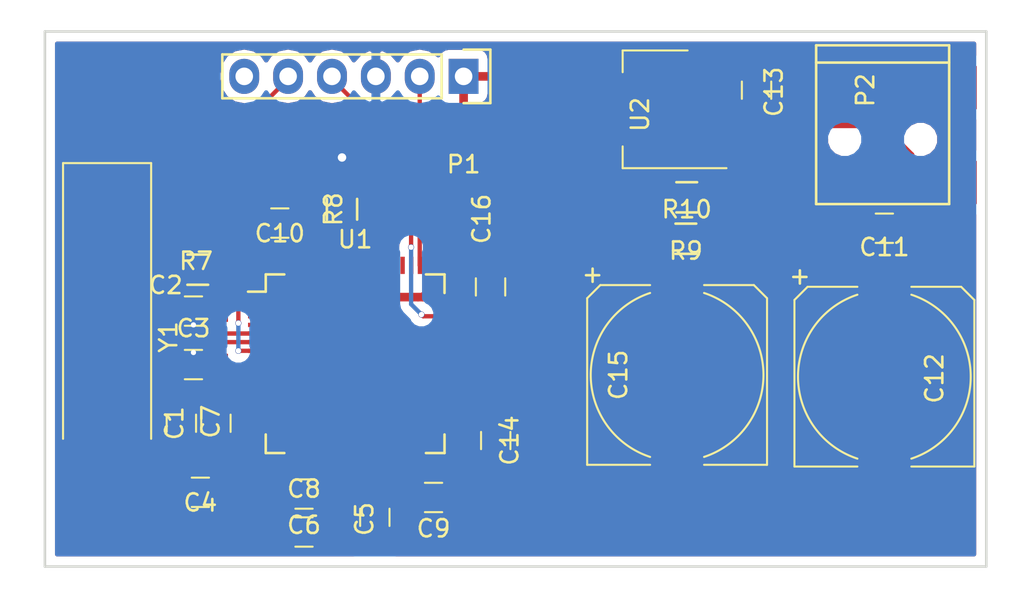
<source format=kicad_pcb>
(kicad_pcb (version 4) (host pcbnew 4.0.4-stable)

  (general
    (links 64)
    (no_connects 0)
    (area 0 0 0 0)
    (thickness 1.6)
    (drawings 5)
    (tracks 221)
    (zones 0)
    (modules 25)
    (nets 62)
  )

  (page A4)
  (layers
    (0 F.Cu signal)
    (31 B.Cu signal)
    (32 B.Adhes user)
    (33 F.Adhes user)
    (34 B.Paste user)
    (35 F.Paste user)
    (36 B.SilkS user)
    (37 F.SilkS user)
    (38 B.Mask user)
    (39 F.Mask user)
    (40 Dwgs.User user)
    (41 Cmts.User user)
    (42 Eco1.User user)
    (43 Eco2.User user)
    (44 Edge.Cuts user)
    (45 Margin user)
    (46 B.CrtYd user)
    (47 F.CrtYd user)
    (48 B.Fab user)
    (49 F.Fab user)
  )

  (setup
    (last_trace_width 0.25)
    (user_trace_width 0.5)
    (user_trace_width 0.75)
    (user_trace_width 1)
    (trace_clearance 0.2)
    (zone_clearance 0.508)
    (zone_45_only no)
    (trace_min 0.15)
    (segment_width 0.2)
    (edge_width 0.15)
    (via_size 0.35)
    (via_drill 0.3)
    (via_min_size 0.35)
    (via_min_drill 0.3)
    (uvia_size 0.35)
    (uvia_drill 0.3)
    (uvias_allowed no)
    (uvia_min_size 0.35)
    (uvia_min_drill 0.3)
    (pcb_text_width 0.3)
    (pcb_text_size 1.5 1.5)
    (mod_edge_width 0.15)
    (mod_text_size 1 1)
    (mod_text_width 0.15)
    (pad_size 1.524 1.524)
    (pad_drill 0.762)
    (pad_to_mask_clearance 0.2)
    (aux_axis_origin 131.9 94.3)
    (grid_origin 131.9 94.3)
    (visible_elements 7FFFEFFF)
    (pcbplotparams
      (layerselection 0x00030_80000001)
      (usegerberextensions false)
      (excludeedgelayer true)
      (linewidth 0.100000)
      (plotframeref false)
      (viasonmask false)
      (mode 1)
      (useauxorigin false)
      (hpglpennumber 1)
      (hpglpenspeed 20)
      (hpglpendiameter 15)
      (hpglpenoverlay 2)
      (psnegative false)
      (psa4output false)
      (plotreference true)
      (plotvalue true)
      (plotinvisibletext false)
      (padsonsilk false)
      (subtractmaskfromsilk false)
      (outputformat 1)
      (mirror false)
      (drillshape 1)
      (scaleselection 1)
      (outputdirectory ""))
  )

  (net 0 "")
  (net 1 GND)
  (net 2 +3V3)
  (net 3 "Net-(C2-Pad1)")
  (net 4 "Net-(C3-Pad1)")
  (net 5 "Net-(C5-Pad2)")
  (net 6 +5V)
  (net 7 /SWCLK)
  (net 8 /SWDIO)
  (net 9 /NRST)
  (net 10 "Net-(P1-Pad6)")
  (net 11 "Net-(P2-Pad2)")
  (net 12 "Net-(P2-Pad3)")
  (net 13 "Net-(P2-Pad4)")
  (net 14 "Net-(R8-Pad1)")
  (net 15 "Net-(R10-Pad1)")
  (net 16 "Net-(U1-Pad2)")
  (net 17 "Net-(U1-Pad3)")
  (net 18 "Net-(U1-Pad4)")
  (net 19 "Net-(U1-Pad8)")
  (net 20 "Net-(U1-Pad9)")
  (net 21 "Net-(U1-Pad10)")
  (net 22 "Net-(U1-Pad11)")
  (net 23 "Net-(U1-Pad14)")
  (net 24 "Net-(U1-Pad15)")
  (net 25 "Net-(U1-Pad16)")
  (net 26 "Net-(U1-Pad17)")
  (net 27 "Net-(U1-Pad20)")
  (net 28 "Net-(U1-Pad21)")
  (net 29 "Net-(U1-Pad22)")
  (net 30 "Net-(U1-Pad23)")
  (net 31 "Net-(U1-Pad24)")
  (net 32 "Net-(U1-Pad25)")
  (net 33 "Net-(U1-Pad26)")
  (net 34 "Net-(U1-Pad27)")
  (net 35 "Net-(U1-Pad28)")
  (net 36 "Net-(U1-Pad29)")
  (net 37 "Net-(U1-Pad33)")
  (net 38 "Net-(U1-Pad34)")
  (net 39 "Net-(U1-Pad35)")
  (net 40 "Net-(U1-Pad36)")
  (net 41 "Net-(U1-Pad37)")
  (net 42 "Net-(U1-Pad38)")
  (net 43 "Net-(U1-Pad39)")
  (net 44 "Net-(U1-Pad40)")
  (net 45 "Net-(U1-Pad41)")
  (net 46 "Net-(U1-Pad42)")
  (net 47 "Net-(U1-Pad43)")
  (net 48 "Net-(U1-Pad44)")
  (net 49 "Net-(U1-Pad45)")
  (net 50 "Net-(U1-Pad50)")
  (net 51 "Net-(U1-Pad51)")
  (net 52 "Net-(U1-Pad52)")
  (net 53 "Net-(U1-Pad53)")
  (net 54 "Net-(U1-Pad54)")
  (net 55 "Net-(U1-Pad55)")
  (net 56 "Net-(U1-Pad56)")
  (net 57 "Net-(U1-Pad57)")
  (net 58 "Net-(U1-Pad58)")
  (net 59 "Net-(U1-Pad59)")
  (net 60 "Net-(U1-Pad61)")
  (net 61 "Net-(U1-Pad62)")

  (net_class Default "This is the default net class."
    (clearance 0.2)
    (trace_width 0.25)
    (via_dia 0.35)
    (via_drill 0.3)
    (uvia_dia 0.35)
    (uvia_drill 0.3)
    (add_net +3V3)
    (add_net +5V)
    (add_net /NRST)
    (add_net /SWCLK)
    (add_net /SWDIO)
    (add_net GND)
    (add_net "Net-(C2-Pad1)")
    (add_net "Net-(C3-Pad1)")
    (add_net "Net-(C5-Pad2)")
    (add_net "Net-(P1-Pad6)")
    (add_net "Net-(P2-Pad2)")
    (add_net "Net-(P2-Pad3)")
    (add_net "Net-(P2-Pad4)")
    (add_net "Net-(R10-Pad1)")
    (add_net "Net-(R8-Pad1)")
    (add_net "Net-(U1-Pad10)")
    (add_net "Net-(U1-Pad11)")
    (add_net "Net-(U1-Pad14)")
    (add_net "Net-(U1-Pad15)")
    (add_net "Net-(U1-Pad16)")
    (add_net "Net-(U1-Pad17)")
    (add_net "Net-(U1-Pad2)")
    (add_net "Net-(U1-Pad20)")
    (add_net "Net-(U1-Pad21)")
    (add_net "Net-(U1-Pad22)")
    (add_net "Net-(U1-Pad23)")
    (add_net "Net-(U1-Pad24)")
    (add_net "Net-(U1-Pad25)")
    (add_net "Net-(U1-Pad26)")
    (add_net "Net-(U1-Pad27)")
    (add_net "Net-(U1-Pad28)")
    (add_net "Net-(U1-Pad29)")
    (add_net "Net-(U1-Pad3)")
    (add_net "Net-(U1-Pad33)")
    (add_net "Net-(U1-Pad34)")
    (add_net "Net-(U1-Pad35)")
    (add_net "Net-(U1-Pad36)")
    (add_net "Net-(U1-Pad37)")
    (add_net "Net-(U1-Pad38)")
    (add_net "Net-(U1-Pad39)")
    (add_net "Net-(U1-Pad4)")
    (add_net "Net-(U1-Pad40)")
    (add_net "Net-(U1-Pad41)")
    (add_net "Net-(U1-Pad42)")
    (add_net "Net-(U1-Pad43)")
    (add_net "Net-(U1-Pad44)")
    (add_net "Net-(U1-Pad45)")
    (add_net "Net-(U1-Pad50)")
    (add_net "Net-(U1-Pad51)")
    (add_net "Net-(U1-Pad52)")
    (add_net "Net-(U1-Pad53)")
    (add_net "Net-(U1-Pad54)")
    (add_net "Net-(U1-Pad55)")
    (add_net "Net-(U1-Pad56)")
    (add_net "Net-(U1-Pad57)")
    (add_net "Net-(U1-Pad58)")
    (add_net "Net-(U1-Pad59)")
    (add_net "Net-(U1-Pad61)")
    (add_net "Net-(U1-Pad62)")
    (add_net "Net-(U1-Pad8)")
    (add_net "Net-(U1-Pad9)")
  )

  (module Housings_QFP:LQFP-64_10x10mm_Pitch0.5mm (layer F.Cu) (tedit 54130A77) (tstamp 587F9823)
    (at 149.86 82.55)
    (descr "64 LEAD LQFP 10x10mm (see MICREL LQFP10x10-64LD-PL-1.pdf)")
    (tags "QFP 0.5")
    (path /587DC575)
    (attr smd)
    (fp_text reference U1 (at 0 -7.2) (layer F.SilkS)
      (effects (font (size 1 1) (thickness 0.15)))
    )
    (fp_text value STM32F411RETx (at -0.06 1.55 180) (layer F.Fab)
      (effects (font (size 1 1) (thickness 0.15)))
    )
    (fp_text user %R (at 0 0) (layer F.Fab)
      (effects (font (size 1 1) (thickness 0.15)))
    )
    (fp_line (start -4 -5) (end 5 -5) (layer F.Fab) (width 0.15))
    (fp_line (start 5 -5) (end 5 5) (layer F.Fab) (width 0.15))
    (fp_line (start 5 5) (end -5 5) (layer F.Fab) (width 0.15))
    (fp_line (start -5 5) (end -5 -4) (layer F.Fab) (width 0.15))
    (fp_line (start -5 -4) (end -4 -5) (layer F.Fab) (width 0.15))
    (fp_line (start -6.45 -6.45) (end -6.45 6.45) (layer F.CrtYd) (width 0.05))
    (fp_line (start 6.45 -6.45) (end 6.45 6.45) (layer F.CrtYd) (width 0.05))
    (fp_line (start -6.45 -6.45) (end 6.45 -6.45) (layer F.CrtYd) (width 0.05))
    (fp_line (start -6.45 6.45) (end 6.45 6.45) (layer F.CrtYd) (width 0.05))
    (fp_line (start -5.175 -5.175) (end -5.175 -4.175) (layer F.SilkS) (width 0.15))
    (fp_line (start 5.175 -5.175) (end 5.175 -4.1) (layer F.SilkS) (width 0.15))
    (fp_line (start 5.175 5.175) (end 5.175 4.1) (layer F.SilkS) (width 0.15))
    (fp_line (start -5.175 5.175) (end -5.175 4.1) (layer F.SilkS) (width 0.15))
    (fp_line (start -5.175 -5.175) (end -4.1 -5.175) (layer F.SilkS) (width 0.15))
    (fp_line (start -5.175 5.175) (end -4.1 5.175) (layer F.SilkS) (width 0.15))
    (fp_line (start 5.175 5.175) (end 4.1 5.175) (layer F.SilkS) (width 0.15))
    (fp_line (start 5.175 -5.175) (end 4.1 -5.175) (layer F.SilkS) (width 0.15))
    (fp_line (start -5.175 -4.175) (end -6.2 -4.175) (layer F.SilkS) (width 0.15))
    (pad 1 smd rect (at -5.7 -3.75) (size 1 0.25) (layers F.Cu F.Paste F.Mask)
      (net 2 +3V3))
    (pad 2 smd rect (at -5.7 -3.25) (size 1 0.25) (layers F.Cu F.Paste F.Mask)
      (net 16 "Net-(U1-Pad2)"))
    (pad 3 smd rect (at -5.7 -2.75) (size 1 0.25) (layers F.Cu F.Paste F.Mask)
      (net 17 "Net-(U1-Pad3)"))
    (pad 4 smd rect (at -5.7 -2.25) (size 1 0.25) (layers F.Cu F.Paste F.Mask)
      (net 18 "Net-(U1-Pad4)"))
    (pad 5 smd rect (at -5.7 -1.75) (size 1 0.25) (layers F.Cu F.Paste F.Mask)
      (net 3 "Net-(C2-Pad1)"))
    (pad 6 smd rect (at -5.7 -1.25) (size 1 0.25) (layers F.Cu F.Paste F.Mask)
      (net 4 "Net-(C3-Pad1)"))
    (pad 7 smd rect (at -5.7 -0.75) (size 1 0.25) (layers F.Cu F.Paste F.Mask)
      (net 9 /NRST))
    (pad 8 smd rect (at -5.7 -0.25) (size 1 0.25) (layers F.Cu F.Paste F.Mask)
      (net 19 "Net-(U1-Pad8)"))
    (pad 9 smd rect (at -5.7 0.25) (size 1 0.25) (layers F.Cu F.Paste F.Mask)
      (net 20 "Net-(U1-Pad9)"))
    (pad 10 smd rect (at -5.7 0.75) (size 1 0.25) (layers F.Cu F.Paste F.Mask)
      (net 21 "Net-(U1-Pad10)"))
    (pad 11 smd rect (at -5.7 1.25) (size 1 0.25) (layers F.Cu F.Paste F.Mask)
      (net 22 "Net-(U1-Pad11)"))
    (pad 12 smd rect (at -5.7 1.75) (size 1 0.25) (layers F.Cu F.Paste F.Mask)
      (net 1 GND))
    (pad 13 smd rect (at -5.7 2.25) (size 1 0.25) (layers F.Cu F.Paste F.Mask)
      (net 2 +3V3))
    (pad 14 smd rect (at -5.7 2.75) (size 1 0.25) (layers F.Cu F.Paste F.Mask)
      (net 23 "Net-(U1-Pad14)"))
    (pad 15 smd rect (at -5.7 3.25) (size 1 0.25) (layers F.Cu F.Paste F.Mask)
      (net 24 "Net-(U1-Pad15)"))
    (pad 16 smd rect (at -5.7 3.75) (size 1 0.25) (layers F.Cu F.Paste F.Mask)
      (net 25 "Net-(U1-Pad16)"))
    (pad 17 smd rect (at -3.75 5.7 90) (size 1 0.25) (layers F.Cu F.Paste F.Mask)
      (net 26 "Net-(U1-Pad17)"))
    (pad 18 smd rect (at -3.25 5.7 90) (size 1 0.25) (layers F.Cu F.Paste F.Mask)
      (net 1 GND))
    (pad 19 smd rect (at -2.75 5.7 90) (size 1 0.25) (layers F.Cu F.Paste F.Mask)
      (net 2 +3V3))
    (pad 20 smd rect (at -2.25 5.7 90) (size 1 0.25) (layers F.Cu F.Paste F.Mask)
      (net 27 "Net-(U1-Pad20)"))
    (pad 21 smd rect (at -1.75 5.7 90) (size 1 0.25) (layers F.Cu F.Paste F.Mask)
      (net 28 "Net-(U1-Pad21)"))
    (pad 22 smd rect (at -1.25 5.7 90) (size 1 0.25) (layers F.Cu F.Paste F.Mask)
      (net 29 "Net-(U1-Pad22)"))
    (pad 23 smd rect (at -0.75 5.7 90) (size 1 0.25) (layers F.Cu F.Paste F.Mask)
      (net 30 "Net-(U1-Pad23)"))
    (pad 24 smd rect (at -0.25 5.7 90) (size 1 0.25) (layers F.Cu F.Paste F.Mask)
      (net 31 "Net-(U1-Pad24)"))
    (pad 25 smd rect (at 0.25 5.7 90) (size 1 0.25) (layers F.Cu F.Paste F.Mask)
      (net 32 "Net-(U1-Pad25)"))
    (pad 26 smd rect (at 0.75 5.7 90) (size 1 0.25) (layers F.Cu F.Paste F.Mask)
      (net 33 "Net-(U1-Pad26)"))
    (pad 27 smd rect (at 1.25 5.7 90) (size 1 0.25) (layers F.Cu F.Paste F.Mask)
      (net 34 "Net-(U1-Pad27)"))
    (pad 28 smd rect (at 1.75 5.7 90) (size 1 0.25) (layers F.Cu F.Paste F.Mask)
      (net 35 "Net-(U1-Pad28)"))
    (pad 29 smd rect (at 2.25 5.7 90) (size 1 0.25) (layers F.Cu F.Paste F.Mask)
      (net 36 "Net-(U1-Pad29)"))
    (pad 30 smd rect (at 2.75 5.7 90) (size 1 0.25) (layers F.Cu F.Paste F.Mask)
      (net 5 "Net-(C5-Pad2)"))
    (pad 31 smd rect (at 3.25 5.7 90) (size 1 0.25) (layers F.Cu F.Paste F.Mask)
      (net 1 GND))
    (pad 32 smd rect (at 3.75 5.7 90) (size 1 0.25) (layers F.Cu F.Paste F.Mask)
      (net 2 +3V3))
    (pad 33 smd rect (at 5.7 3.75) (size 1 0.25) (layers F.Cu F.Paste F.Mask)
      (net 37 "Net-(U1-Pad33)"))
    (pad 34 smd rect (at 5.7 3.25) (size 1 0.25) (layers F.Cu F.Paste F.Mask)
      (net 38 "Net-(U1-Pad34)"))
    (pad 35 smd rect (at 5.7 2.75) (size 1 0.25) (layers F.Cu F.Paste F.Mask)
      (net 39 "Net-(U1-Pad35)"))
    (pad 36 smd rect (at 5.7 2.25) (size 1 0.25) (layers F.Cu F.Paste F.Mask)
      (net 40 "Net-(U1-Pad36)"))
    (pad 37 smd rect (at 5.7 1.75) (size 1 0.25) (layers F.Cu F.Paste F.Mask)
      (net 41 "Net-(U1-Pad37)"))
    (pad 38 smd rect (at 5.7 1.25) (size 1 0.25) (layers F.Cu F.Paste F.Mask)
      (net 42 "Net-(U1-Pad38)"))
    (pad 39 smd rect (at 5.7 0.75) (size 1 0.25) (layers F.Cu F.Paste F.Mask)
      (net 43 "Net-(U1-Pad39)"))
    (pad 40 smd rect (at 5.7 0.25) (size 1 0.25) (layers F.Cu F.Paste F.Mask)
      (net 44 "Net-(U1-Pad40)"))
    (pad 41 smd rect (at 5.7 -0.25) (size 1 0.25) (layers F.Cu F.Paste F.Mask)
      (net 45 "Net-(U1-Pad41)"))
    (pad 42 smd rect (at 5.7 -0.75) (size 1 0.25) (layers F.Cu F.Paste F.Mask)
      (net 46 "Net-(U1-Pad42)"))
    (pad 43 smd rect (at 5.7 -1.25) (size 1 0.25) (layers F.Cu F.Paste F.Mask)
      (net 47 "Net-(U1-Pad43)"))
    (pad 44 smd rect (at 5.7 -1.75) (size 1 0.25) (layers F.Cu F.Paste F.Mask)
      (net 48 "Net-(U1-Pad44)"))
    (pad 45 smd rect (at 5.7 -2.25) (size 1 0.25) (layers F.Cu F.Paste F.Mask)
      (net 49 "Net-(U1-Pad45)"))
    (pad 46 smd rect (at 5.7 -2.75) (size 1 0.25) (layers F.Cu F.Paste F.Mask)
      (net 8 /SWDIO))
    (pad 47 smd rect (at 5.7 -3.25) (size 1 0.25) (layers F.Cu F.Paste F.Mask)
      (net 1 GND))
    (pad 48 smd rect (at 5.7 -3.75) (size 1 0.25) (layers F.Cu F.Paste F.Mask)
      (net 2 +3V3))
    (pad 49 smd rect (at 3.75 -5.7 90) (size 1 0.25) (layers F.Cu F.Paste F.Mask)
      (net 7 /SWCLK))
    (pad 50 smd rect (at 3.25 -5.7 90) (size 1 0.25) (layers F.Cu F.Paste F.Mask)
      (net 50 "Net-(U1-Pad50)"))
    (pad 51 smd rect (at 2.75 -5.7 90) (size 1 0.25) (layers F.Cu F.Paste F.Mask)
      (net 51 "Net-(U1-Pad51)"))
    (pad 52 smd rect (at 2.25 -5.7 90) (size 1 0.25) (layers F.Cu F.Paste F.Mask)
      (net 52 "Net-(U1-Pad52)"))
    (pad 53 smd rect (at 1.75 -5.7 90) (size 1 0.25) (layers F.Cu F.Paste F.Mask)
      (net 53 "Net-(U1-Pad53)"))
    (pad 54 smd rect (at 1.25 -5.7 90) (size 1 0.25) (layers F.Cu F.Paste F.Mask)
      (net 54 "Net-(U1-Pad54)"))
    (pad 55 smd rect (at 0.75 -5.7 90) (size 1 0.25) (layers F.Cu F.Paste F.Mask)
      (net 55 "Net-(U1-Pad55)"))
    (pad 56 smd rect (at 0.25 -5.7 90) (size 1 0.25) (layers F.Cu F.Paste F.Mask)
      (net 56 "Net-(U1-Pad56)"))
    (pad 57 smd rect (at -0.25 -5.7 90) (size 1 0.25) (layers F.Cu F.Paste F.Mask)
      (net 57 "Net-(U1-Pad57)"))
    (pad 58 smd rect (at -0.75 -5.7 90) (size 1 0.25) (layers F.Cu F.Paste F.Mask)
      (net 58 "Net-(U1-Pad58)"))
    (pad 59 smd rect (at -1.25 -5.7 90) (size 1 0.25) (layers F.Cu F.Paste F.Mask)
      (net 59 "Net-(U1-Pad59)"))
    (pad 60 smd rect (at -1.75 -5.7 90) (size 1 0.25) (layers F.Cu F.Paste F.Mask)
      (net 14 "Net-(R8-Pad1)"))
    (pad 61 smd rect (at -2.25 -5.7 90) (size 1 0.25) (layers F.Cu F.Paste F.Mask)
      (net 60 "Net-(U1-Pad61)"))
    (pad 62 smd rect (at -2.75 -5.7 90) (size 1 0.25) (layers F.Cu F.Paste F.Mask)
      (net 61 "Net-(U1-Pad62)"))
    (pad 63 smd rect (at -3.25 -5.7 90) (size 1 0.25) (layers F.Cu F.Paste F.Mask)
      (net 1 GND))
    (pad 64 smd rect (at -3.75 -5.7 90) (size 1 0.25) (layers F.Cu F.Paste F.Mask)
      (net 2 +3V3))
    (model Housings_QFP.3dshapes/LQFP-64_10x10mm_Pitch0.5mm.wrl
      (at (xyz 0 0 0))
      (scale (xyz 1 1 1))
      (rotate (xyz 0 0 0))
    )
  )

  (module Capacitors_SMD:CP_Elec_10x10.5 (layer F.Cu) (tedit 57FA4AE4) (tstamp 5880C180)
    (at 168.5 83.2 270)
    (descr "SMT capacitor, aluminium electrolytic, 10x10.5")
    (path /5880544F)
    (attr smd)
    (fp_text reference C15 (at 0 3.4 270) (layer F.SilkS)
      (effects (font (size 1 1) (thickness 0.15)))
    )
    (fp_text value 10u (at -0.1 -3.2 270) (layer F.Fab)
      (effects (font (size 1 1) (thickness 0.15)))
    )
    (fp_line (start -5.207 -4.445) (end -5.207 -1.5621) (layer F.SilkS) (width 0.12))
    (fp_line (start -5.207 4.445) (end -5.207 1.5621) (layer F.SilkS) (width 0.12))
    (fp_line (start 5.207 5.207) (end 5.207 1.5621) (layer F.SilkS) (width 0.12))
    (fp_line (start 5.207 -5.207) (end 5.207 -1.5621) (layer F.SilkS) (width 0.12))
    (fp_arc (start 0 0) (end 4.7498 1.5621) (angle 143.5903069) (layer F.SilkS) (width 0.12))
    (fp_arc (start 0 0) (end -4.7498 -1.5621) (angle 143.5903069) (layer F.SilkS) (width 0.12))
    (fp_line (start 5.0546 5.0546) (end 5.0546 -5.0546) (layer F.Fab) (width 0.1))
    (fp_line (start -4.3815 5.0546) (end 5.0546 5.0546) (layer F.Fab) (width 0.1))
    (fp_line (start -5.0546 4.3815) (end -4.3815 5.0546) (layer F.Fab) (width 0.1))
    (fp_line (start -5.0546 -4.3815) (end -5.0546 4.3815) (layer F.Fab) (width 0.1))
    (fp_line (start -4.3815 -5.0546) (end -5.0546 -4.3815) (layer F.Fab) (width 0.1))
    (fp_line (start 5.0546 -5.0546) (end -4.3815 -5.0546) (layer F.Fab) (width 0.1))
    (fp_text user + (at -2.9083 -0.0762 270) (layer F.Fab)
      (effects (font (size 1 1) (thickness 0.15)))
    )
    (fp_text user + (at -5.7785 4.9657 270) (layer F.SilkS)
      (effects (font (size 1 1) (thickness 0.15)))
    )
    (fp_line (start 6.35 -5.6) (end -6.35 -5.6) (layer F.CrtYd) (width 0.05))
    (fp_line (start -6.35 -5.6) (end -6.35 5.6) (layer F.CrtYd) (width 0.05))
    (fp_line (start -6.35 5.6) (end 6.35 5.6) (layer F.CrtYd) (width 0.05))
    (fp_line (start 6.35 5.6) (end 6.35 -5.6) (layer F.CrtYd) (width 0.05))
    (fp_line (start 5.207 5.207) (end -4.445 5.207) (layer F.SilkS) (width 0.12))
    (fp_line (start -4.445 5.207) (end -5.207 4.445) (layer F.SilkS) (width 0.12))
    (fp_line (start -5.207 -4.445) (end -4.445 -5.207) (layer F.SilkS) (width 0.12))
    (fp_line (start -4.445 -5.207) (end 5.207 -5.207) (layer F.SilkS) (width 0.12))
    (pad 1 smd rect (at -4 0 90) (size 4 2.5) (layers F.Cu F.Paste F.Mask)
      (net 2 +3V3))
    (pad 2 smd rect (at 4 0 90) (size 4 2.5) (layers F.Cu F.Paste F.Mask)
      (net 1 GND))
    (model Capacitors_SMD.3dshapes/CP_Elec_10x10.5.wrl
      (at (xyz 0 0 0))
      (scale (xyz 1 1 1))
      (rotate (xyz 0 0 180))
    )
  )

  (module Capacitors_SMD:C_0805_HandSoldering (layer F.Cu) (tedit 541A9B8D) (tstamp 587F9754)
    (at 139.8 86 270)
    (descr "Capacitor SMD 0805, hand soldering")
    (tags "capacitor 0805")
    (path /587DFAF7)
    (attr smd)
    (fp_text reference C1 (at 0 0.4 270) (layer F.SilkS)
      (effects (font (size 1 1) (thickness 0.15)))
    )
    (fp_text value 1u (at 0.1 -0.3 270) (layer F.Fab)
      (effects (font (size 1 1) (thickness 0.15)))
    )
    (fp_line (start -1 0.625) (end -1 -0.625) (layer F.Fab) (width 0.1))
    (fp_line (start 1 0.625) (end -1 0.625) (layer F.Fab) (width 0.1))
    (fp_line (start 1 -0.625) (end 1 0.625) (layer F.Fab) (width 0.1))
    (fp_line (start -1 -0.625) (end 1 -0.625) (layer F.Fab) (width 0.1))
    (fp_line (start -2.3 -1) (end 2.3 -1) (layer F.CrtYd) (width 0.05))
    (fp_line (start -2.3 1) (end 2.3 1) (layer F.CrtYd) (width 0.05))
    (fp_line (start -2.3 -1) (end -2.3 1) (layer F.CrtYd) (width 0.05))
    (fp_line (start 2.3 -1) (end 2.3 1) (layer F.CrtYd) (width 0.05))
    (fp_line (start 0.5 -0.85) (end -0.5 -0.85) (layer F.SilkS) (width 0.12))
    (fp_line (start -0.5 0.85) (end 0.5 0.85) (layer F.SilkS) (width 0.12))
    (pad 1 smd rect (at -1.25 0 270) (size 1.5 1.25) (layers F.Cu F.Paste F.Mask)
      (net 1 GND))
    (pad 2 smd rect (at 1.25 0 270) (size 1.5 1.25) (layers F.Cu F.Paste F.Mask)
      (net 2 +3V3))
    (model Capacitors_SMD.3dshapes/C_0805_HandSoldering.wrl
      (at (xyz 0 0 0))
      (scale (xyz 1 1 1))
      (rotate (xyz 0 0 0))
    )
  )

  (module Capacitors_SMD:C_0805_HandSoldering (layer F.Cu) (tedit 541A9B8D) (tstamp 587F975A)
    (at 140.5 79.5)
    (descr "Capacitor SMD 0805, hand soldering")
    (tags "capacitor 0805")
    (path /587E1BB1)
    (attr smd)
    (fp_text reference C2 (at -1.6 -1.5) (layer F.SilkS)
      (effects (font (size 1 1) (thickness 0.15)))
    )
    (fp_text value 18p (at 0 2.1) (layer F.Fab)
      (effects (font (size 1 1) (thickness 0.15)))
    )
    (fp_line (start -1 0.625) (end -1 -0.625) (layer F.Fab) (width 0.1))
    (fp_line (start 1 0.625) (end -1 0.625) (layer F.Fab) (width 0.1))
    (fp_line (start 1 -0.625) (end 1 0.625) (layer F.Fab) (width 0.1))
    (fp_line (start -1 -0.625) (end 1 -0.625) (layer F.Fab) (width 0.1))
    (fp_line (start -2.3 -1) (end 2.3 -1) (layer F.CrtYd) (width 0.05))
    (fp_line (start -2.3 1) (end 2.3 1) (layer F.CrtYd) (width 0.05))
    (fp_line (start -2.3 -1) (end -2.3 1) (layer F.CrtYd) (width 0.05))
    (fp_line (start 2.3 -1) (end 2.3 1) (layer F.CrtYd) (width 0.05))
    (fp_line (start 0.5 -0.85) (end -0.5 -0.85) (layer F.SilkS) (width 0.12))
    (fp_line (start -0.5 0.85) (end 0.5 0.85) (layer F.SilkS) (width 0.12))
    (pad 1 smd rect (at -1.25 0) (size 1.5 1.25) (layers F.Cu F.Paste F.Mask)
      (net 3 "Net-(C2-Pad1)"))
    (pad 2 smd rect (at 1.25 0) (size 1.5 1.25) (layers F.Cu F.Paste F.Mask)
      (net 1 GND))
    (model Capacitors_SMD.3dshapes/C_0805_HandSoldering.wrl
      (at (xyz 0 0 0))
      (scale (xyz 1 1 1))
      (rotate (xyz 0 0 0))
    )
  )

  (module Capacitors_SMD:C_0805_HandSoldering (layer F.Cu) (tedit 541A9B8D) (tstamp 587F9760)
    (at 140.5 82.6)
    (descr "Capacitor SMD 0805, hand soldering")
    (tags "capacitor 0805")
    (path /587E1D12)
    (attr smd)
    (fp_text reference C3 (at 0 -2.1) (layer F.SilkS)
      (effects (font (size 1 1) (thickness 0.15)))
    )
    (fp_text value 18p (at -0.1 -0.1 90) (layer F.Fab)
      (effects (font (size 1 1) (thickness 0.15)))
    )
    (fp_line (start -1 0.625) (end -1 -0.625) (layer F.Fab) (width 0.1))
    (fp_line (start 1 0.625) (end -1 0.625) (layer F.Fab) (width 0.1))
    (fp_line (start 1 -0.625) (end 1 0.625) (layer F.Fab) (width 0.1))
    (fp_line (start -1 -0.625) (end 1 -0.625) (layer F.Fab) (width 0.1))
    (fp_line (start -2.3 -1) (end 2.3 -1) (layer F.CrtYd) (width 0.05))
    (fp_line (start -2.3 1) (end 2.3 1) (layer F.CrtYd) (width 0.05))
    (fp_line (start -2.3 -1) (end -2.3 1) (layer F.CrtYd) (width 0.05))
    (fp_line (start 2.3 -1) (end 2.3 1) (layer F.CrtYd) (width 0.05))
    (fp_line (start 0.5 -0.85) (end -0.5 -0.85) (layer F.SilkS) (width 0.12))
    (fp_line (start -0.5 0.85) (end 0.5 0.85) (layer F.SilkS) (width 0.12))
    (pad 1 smd rect (at -1.25 0) (size 1.5 1.25) (layers F.Cu F.Paste F.Mask)
      (net 4 "Net-(C3-Pad1)"))
    (pad 2 smd rect (at 1.25 0) (size 1.5 1.25) (layers F.Cu F.Paste F.Mask)
      (net 1 GND))
    (model Capacitors_SMD.3dshapes/C_0805_HandSoldering.wrl
      (at (xyz 0 0 0))
      (scale (xyz 1 1 1))
      (rotate (xyz 0 0 0))
    )
  )

  (module Capacitors_SMD:C_0805_HandSoldering (layer F.Cu) (tedit 541A9B8D) (tstamp 587F9766)
    (at 140.9 90 180)
    (descr "Capacitor SMD 0805, hand soldering")
    (tags "capacitor 0805")
    (path /587DF146)
    (attr smd)
    (fp_text reference C4 (at 0 -0.6 180) (layer F.SilkS)
      (effects (font (size 1 1) (thickness 0.15)))
    )
    (fp_text value 100n (at 0 0.5 180) (layer F.Fab)
      (effects (font (size 1 1) (thickness 0.15)))
    )
    (fp_line (start -1 0.625) (end -1 -0.625) (layer F.Fab) (width 0.1))
    (fp_line (start 1 0.625) (end -1 0.625) (layer F.Fab) (width 0.1))
    (fp_line (start 1 -0.625) (end 1 0.625) (layer F.Fab) (width 0.1))
    (fp_line (start -1 -0.625) (end 1 -0.625) (layer F.Fab) (width 0.1))
    (fp_line (start -2.3 -1) (end 2.3 -1) (layer F.CrtYd) (width 0.05))
    (fp_line (start -2.3 1) (end 2.3 1) (layer F.CrtYd) (width 0.05))
    (fp_line (start -2.3 -1) (end -2.3 1) (layer F.CrtYd) (width 0.05))
    (fp_line (start 2.3 -1) (end 2.3 1) (layer F.CrtYd) (width 0.05))
    (fp_line (start 0.5 -0.85) (end -0.5 -0.85) (layer F.SilkS) (width 0.12))
    (fp_line (start -0.5 0.85) (end 0.5 0.85) (layer F.SilkS) (width 0.12))
    (pad 1 smd rect (at -1.25 0 180) (size 1.5 1.25) (layers F.Cu F.Paste F.Mask)
      (net 1 GND))
    (pad 2 smd rect (at 1.25 0 180) (size 1.5 1.25) (layers F.Cu F.Paste F.Mask)
      (net 2 +3V3))
    (model Capacitors_SMD.3dshapes/C_0805_HandSoldering.wrl
      (at (xyz 0 0 0))
      (scale (xyz 1 1 1))
      (rotate (xyz 0 0 0))
    )
  )

  (module Capacitors_SMD:C_0805_HandSoldering (layer F.Cu) (tedit 541A9B8D) (tstamp 587F976C)
    (at 151 91.45 90)
    (descr "Capacitor SMD 0805, hand soldering")
    (tags "capacitor 0805")
    (path /587E0C19)
    (attr smd)
    (fp_text reference C5 (at -0.1 -0.6 90) (layer F.SilkS)
      (effects (font (size 1 1) (thickness 0.15)))
    )
    (fp_text value 4.7u (at 0 0.7 90) (layer F.Fab)
      (effects (font (size 1 1) (thickness 0.15)))
    )
    (fp_line (start -1 0.625) (end -1 -0.625) (layer F.Fab) (width 0.1))
    (fp_line (start 1 0.625) (end -1 0.625) (layer F.Fab) (width 0.1))
    (fp_line (start 1 -0.625) (end 1 0.625) (layer F.Fab) (width 0.1))
    (fp_line (start -1 -0.625) (end 1 -0.625) (layer F.Fab) (width 0.1))
    (fp_line (start -2.3 -1) (end 2.3 -1) (layer F.CrtYd) (width 0.05))
    (fp_line (start -2.3 1) (end 2.3 1) (layer F.CrtYd) (width 0.05))
    (fp_line (start -2.3 -1) (end -2.3 1) (layer F.CrtYd) (width 0.05))
    (fp_line (start 2.3 -1) (end 2.3 1) (layer F.CrtYd) (width 0.05))
    (fp_line (start 0.5 -0.85) (end -0.5 -0.85) (layer F.SilkS) (width 0.12))
    (fp_line (start -0.5 0.85) (end 0.5 0.85) (layer F.SilkS) (width 0.12))
    (pad 1 smd rect (at -1.25 0 90) (size 1.5 1.25) (layers F.Cu F.Paste F.Mask)
      (net 1 GND))
    (pad 2 smd rect (at 1.25 0 90) (size 1.5 1.25) (layers F.Cu F.Paste F.Mask)
      (net 5 "Net-(C5-Pad2)"))
    (model Capacitors_SMD.3dshapes/C_0805_HandSoldering.wrl
      (at (xyz 0 0 0))
      (scale (xyz 1 1 1))
      (rotate (xyz 0 0 0))
    )
  )

  (module Capacitors_SMD:C_0805_HandSoldering (layer F.Cu) (tedit 541A9B8D) (tstamp 587F9772)
    (at 146.9 92.3)
    (descr "Capacitor SMD 0805, hand soldering")
    (tags "capacitor 0805")
    (path /587E01D1)
    (attr smd)
    (fp_text reference C6 (at 0 -0.4) (layer F.SilkS)
      (effects (font (size 1 1) (thickness 0.15)))
    )
    (fp_text value 4.7u (at 0 0.8) (layer F.Fab)
      (effects (font (size 1 1) (thickness 0.15)))
    )
    (fp_line (start -1 0.625) (end -1 -0.625) (layer F.Fab) (width 0.1))
    (fp_line (start 1 0.625) (end -1 0.625) (layer F.Fab) (width 0.1))
    (fp_line (start 1 -0.625) (end 1 0.625) (layer F.Fab) (width 0.1))
    (fp_line (start -1 -0.625) (end 1 -0.625) (layer F.Fab) (width 0.1))
    (fp_line (start -2.3 -1) (end 2.3 -1) (layer F.CrtYd) (width 0.05))
    (fp_line (start -2.3 1) (end 2.3 1) (layer F.CrtYd) (width 0.05))
    (fp_line (start -2.3 -1) (end -2.3 1) (layer F.CrtYd) (width 0.05))
    (fp_line (start 2.3 -1) (end 2.3 1) (layer F.CrtYd) (width 0.05))
    (fp_line (start 0.5 -0.85) (end -0.5 -0.85) (layer F.SilkS) (width 0.12))
    (fp_line (start -0.5 0.85) (end 0.5 0.85) (layer F.SilkS) (width 0.12))
    (pad 1 smd rect (at -1.25 0) (size 1.5 1.25) (layers F.Cu F.Paste F.Mask)
      (net 1 GND))
    (pad 2 smd rect (at 1.25 0) (size 1.5 1.25) (layers F.Cu F.Paste F.Mask)
      (net 2 +3V3))
    (model Capacitors_SMD.3dshapes/C_0805_HandSoldering.wrl
      (at (xyz 0 0 0))
      (scale (xyz 1 1 1))
      (rotate (xyz 0 0 0))
    )
  )

  (module Capacitors_SMD:C_0805_HandSoldering (layer F.Cu) (tedit 541A9B8D) (tstamp 587F9778)
    (at 141.8 86 270)
    (descr "Capacitor SMD 0805, hand soldering")
    (tags "capacitor 0805")
    (path /587DD962)
    (attr smd)
    (fp_text reference C7 (at -0.1 0.3 270) (layer F.SilkS)
      (effects (font (size 1 1) (thickness 0.15)))
    )
    (fp_text value 100n (at 0 -0.5 270) (layer F.Fab)
      (effects (font (size 1 1) (thickness 0.15)))
    )
    (fp_line (start -1 0.625) (end -1 -0.625) (layer F.Fab) (width 0.1))
    (fp_line (start 1 0.625) (end -1 0.625) (layer F.Fab) (width 0.1))
    (fp_line (start 1 -0.625) (end 1 0.625) (layer F.Fab) (width 0.1))
    (fp_line (start -1 -0.625) (end 1 -0.625) (layer F.Fab) (width 0.1))
    (fp_line (start -2.3 -1) (end 2.3 -1) (layer F.CrtYd) (width 0.05))
    (fp_line (start -2.3 1) (end 2.3 1) (layer F.CrtYd) (width 0.05))
    (fp_line (start -2.3 -1) (end -2.3 1) (layer F.CrtYd) (width 0.05))
    (fp_line (start 2.3 -1) (end 2.3 1) (layer F.CrtYd) (width 0.05))
    (fp_line (start 0.5 -0.85) (end -0.5 -0.85) (layer F.SilkS) (width 0.12))
    (fp_line (start -0.5 0.85) (end 0.5 0.85) (layer F.SilkS) (width 0.12))
    (pad 1 smd rect (at -1.25 0 270) (size 1.5 1.25) (layers F.Cu F.Paste F.Mask)
      (net 1 GND))
    (pad 2 smd rect (at 1.25 0 270) (size 1.5 1.25) (layers F.Cu F.Paste F.Mask)
      (net 2 +3V3))
    (model Capacitors_SMD.3dshapes/C_0805_HandSoldering.wrl
      (at (xyz 0 0 0))
      (scale (xyz 1 1 1))
      (rotate (xyz 0 0 0))
    )
  )

  (module Capacitors_SMD:C_0805_HandSoldering (layer F.Cu) (tedit 541A9B8D) (tstamp 587F977E)
    (at 146.9 90.1)
    (descr "Capacitor SMD 0805, hand soldering")
    (tags "capacitor 0805")
    (path /587DC6CA)
    (attr smd)
    (fp_text reference C8 (at 0 -0.3) (layer F.SilkS)
      (effects (font (size 1 1) (thickness 0.15)))
    )
    (fp_text value 100n (at 0.1 0.7) (layer F.Fab)
      (effects (font (size 1 1) (thickness 0.15)))
    )
    (fp_line (start -1 0.625) (end -1 -0.625) (layer F.Fab) (width 0.1))
    (fp_line (start 1 0.625) (end -1 0.625) (layer F.Fab) (width 0.1))
    (fp_line (start 1 -0.625) (end 1 0.625) (layer F.Fab) (width 0.1))
    (fp_line (start -1 -0.625) (end 1 -0.625) (layer F.Fab) (width 0.1))
    (fp_line (start -2.3 -1) (end 2.3 -1) (layer F.CrtYd) (width 0.05))
    (fp_line (start -2.3 1) (end 2.3 1) (layer F.CrtYd) (width 0.05))
    (fp_line (start -2.3 -1) (end -2.3 1) (layer F.CrtYd) (width 0.05))
    (fp_line (start 2.3 -1) (end 2.3 1) (layer F.CrtYd) (width 0.05))
    (fp_line (start 0.5 -0.85) (end -0.5 -0.85) (layer F.SilkS) (width 0.12))
    (fp_line (start -0.5 0.85) (end 0.5 0.85) (layer F.SilkS) (width 0.12))
    (pad 1 smd rect (at -1.25 0) (size 1.5 1.25) (layers F.Cu F.Paste F.Mask)
      (net 1 GND))
    (pad 2 smd rect (at 1.25 0) (size 1.5 1.25) (layers F.Cu F.Paste F.Mask)
      (net 2 +3V3))
    (model Capacitors_SMD.3dshapes/C_0805_HandSoldering.wrl
      (at (xyz 0 0 0))
      (scale (xyz 1 1 1))
      (rotate (xyz 0 0 0))
    )
  )

  (module Capacitors_SMD:C_0805_HandSoldering (layer F.Cu) (tedit 541A9B8D) (tstamp 587F9784)
    (at 154.4 90.3)
    (descr "Capacitor SMD 0805, hand soldering")
    (tags "capacitor 0805")
    (path /587DD620)
    (attr smd)
    (fp_text reference C9 (at 0 1.8) (layer F.SilkS)
      (effects (font (size 1 1) (thickness 0.15)))
    )
    (fp_text value 100n (at 0 3) (layer F.Fab)
      (effects (font (size 1 1) (thickness 0.15)))
    )
    (fp_line (start -1 0.625) (end -1 -0.625) (layer F.Fab) (width 0.1))
    (fp_line (start 1 0.625) (end -1 0.625) (layer F.Fab) (width 0.1))
    (fp_line (start 1 -0.625) (end 1 0.625) (layer F.Fab) (width 0.1))
    (fp_line (start -1 -0.625) (end 1 -0.625) (layer F.Fab) (width 0.1))
    (fp_line (start -2.3 -1) (end 2.3 -1) (layer F.CrtYd) (width 0.05))
    (fp_line (start -2.3 1) (end 2.3 1) (layer F.CrtYd) (width 0.05))
    (fp_line (start -2.3 -1) (end -2.3 1) (layer F.CrtYd) (width 0.05))
    (fp_line (start 2.3 -1) (end 2.3 1) (layer F.CrtYd) (width 0.05))
    (fp_line (start 0.5 -0.85) (end -0.5 -0.85) (layer F.SilkS) (width 0.12))
    (fp_line (start -0.5 0.85) (end 0.5 0.85) (layer F.SilkS) (width 0.12))
    (pad 1 smd rect (at -1.25 0) (size 1.5 1.25) (layers F.Cu F.Paste F.Mask)
      (net 1 GND))
    (pad 2 smd rect (at 1.25 0) (size 1.5 1.25) (layers F.Cu F.Paste F.Mask)
      (net 2 +3V3))
    (model Capacitors_SMD.3dshapes/C_0805_HandSoldering.wrl
      (at (xyz 0 0 0))
      (scale (xyz 1 1 1))
      (rotate (xyz 0 0 0))
    )
  )

  (module Capacitors_SMD:C_0805_HandSoldering (layer F.Cu) (tedit 541A9B8D) (tstamp 587F978A)
    (at 145.5 74.4 180)
    (descr "Capacitor SMD 0805, hand soldering")
    (tags "capacitor 0805")
    (path /587DD5F1)
    (attr smd)
    (fp_text reference C10 (at 0 -0.6 180) (layer F.SilkS)
      (effects (font (size 1 1) (thickness 0.15)))
    )
    (fp_text value 100n (at 0.1 0.4 180) (layer F.Fab)
      (effects (font (size 1 1) (thickness 0.15)))
    )
    (fp_line (start -1 0.625) (end -1 -0.625) (layer F.Fab) (width 0.1))
    (fp_line (start 1 0.625) (end -1 0.625) (layer F.Fab) (width 0.1))
    (fp_line (start 1 -0.625) (end 1 0.625) (layer F.Fab) (width 0.1))
    (fp_line (start -1 -0.625) (end 1 -0.625) (layer F.Fab) (width 0.1))
    (fp_line (start -2.3 -1) (end 2.3 -1) (layer F.CrtYd) (width 0.05))
    (fp_line (start -2.3 1) (end 2.3 1) (layer F.CrtYd) (width 0.05))
    (fp_line (start -2.3 -1) (end -2.3 1) (layer F.CrtYd) (width 0.05))
    (fp_line (start 2.3 -1) (end 2.3 1) (layer F.CrtYd) (width 0.05))
    (fp_line (start 0.5 -0.85) (end -0.5 -0.85) (layer F.SilkS) (width 0.12))
    (fp_line (start -0.5 0.85) (end 0.5 0.85) (layer F.SilkS) (width 0.12))
    (pad 1 smd rect (at -1.25 0 180) (size 1.5 1.25) (layers F.Cu F.Paste F.Mask)
      (net 1 GND))
    (pad 2 smd rect (at 1.25 0 180) (size 1.5 1.25) (layers F.Cu F.Paste F.Mask)
      (net 2 +3V3))
    (model Capacitors_SMD.3dshapes/C_0805_HandSoldering.wrl
      (at (xyz 0 0 0))
      (scale (xyz 1 1 1))
      (rotate (xyz 0 0 0))
    )
  )

  (module Capacitors_SMD:C_0805_HandSoldering (layer F.Cu) (tedit 541A9B8D) (tstamp 587F9790)
    (at 180.5 74.7 180)
    (descr "Capacitor SMD 0805, hand soldering")
    (tags "capacitor 0805")
    (path /58803CC9)
    (attr smd)
    (fp_text reference C11 (at 0 -1.1 180) (layer F.SilkS)
      (effects (font (size 1 1) (thickness 0.15)))
    )
    (fp_text value 100n (at 0 1.1 180) (layer F.Fab)
      (effects (font (size 1 1) (thickness 0.15)))
    )
    (fp_line (start -1 0.625) (end -1 -0.625) (layer F.Fab) (width 0.1))
    (fp_line (start 1 0.625) (end -1 0.625) (layer F.Fab) (width 0.1))
    (fp_line (start 1 -0.625) (end 1 0.625) (layer F.Fab) (width 0.1))
    (fp_line (start -1 -0.625) (end 1 -0.625) (layer F.Fab) (width 0.1))
    (fp_line (start -2.3 -1) (end 2.3 -1) (layer F.CrtYd) (width 0.05))
    (fp_line (start -2.3 1) (end 2.3 1) (layer F.CrtYd) (width 0.05))
    (fp_line (start -2.3 -1) (end -2.3 1) (layer F.CrtYd) (width 0.05))
    (fp_line (start 2.3 -1) (end 2.3 1) (layer F.CrtYd) (width 0.05))
    (fp_line (start 0.5 -0.85) (end -0.5 -0.85) (layer F.SilkS) (width 0.12))
    (fp_line (start -0.5 0.85) (end 0.5 0.85) (layer F.SilkS) (width 0.12))
    (pad 1 smd rect (at -1.25 0 180) (size 1.5 1.25) (layers F.Cu F.Paste F.Mask)
      (net 6 +5V))
    (pad 2 smd rect (at 1.25 0 180) (size 1.5 1.25) (layers F.Cu F.Paste F.Mask)
      (net 1 GND))
    (model Capacitors_SMD.3dshapes/C_0805_HandSoldering.wrl
      (at (xyz 0 0 0))
      (scale (xyz 1 1 1))
      (rotate (xyz 0 0 0))
    )
  )

  (module Capacitors_SMD:C_0805_HandSoldering (layer F.Cu) (tedit 541A9B8D) (tstamp 587F979C)
    (at 173.1 66.7 270)
    (descr "Capacitor SMD 0805, hand soldering")
    (tags "capacitor 0805")
    (path /58803F37)
    (attr smd)
    (fp_text reference C13 (at 0.1 -1 270) (layer F.SilkS)
      (effects (font (size 1 1) (thickness 0.15)))
    )
    (fp_text value 100nC (at 0 0.9 270) (layer F.Fab)
      (effects (font (size 1 1) (thickness 0.15)))
    )
    (fp_line (start -1 0.625) (end -1 -0.625) (layer F.Fab) (width 0.1))
    (fp_line (start 1 0.625) (end -1 0.625) (layer F.Fab) (width 0.1))
    (fp_line (start 1 -0.625) (end 1 0.625) (layer F.Fab) (width 0.1))
    (fp_line (start -1 -0.625) (end 1 -0.625) (layer F.Fab) (width 0.1))
    (fp_line (start -2.3 -1) (end 2.3 -1) (layer F.CrtYd) (width 0.05))
    (fp_line (start -2.3 1) (end 2.3 1) (layer F.CrtYd) (width 0.05))
    (fp_line (start -2.3 -1) (end -2.3 1) (layer F.CrtYd) (width 0.05))
    (fp_line (start 2.3 -1) (end 2.3 1) (layer F.CrtYd) (width 0.05))
    (fp_line (start 0.5 -0.85) (end -0.5 -0.85) (layer F.SilkS) (width 0.12))
    (fp_line (start -0.5 0.85) (end 0.5 0.85) (layer F.SilkS) (width 0.12))
    (pad 1 smd rect (at -1.25 0 270) (size 1.5 1.25) (layers F.Cu F.Paste F.Mask)
      (net 6 +5V))
    (pad 2 smd rect (at 1.25 0 270) (size 1.5 1.25) (layers F.Cu F.Paste F.Mask)
      (net 1 GND))
    (model Capacitors_SMD.3dshapes/C_0805_HandSoldering.wrl
      (at (xyz 0 0 0))
      (scale (xyz 1 1 1))
      (rotate (xyz 0 0 0))
    )
  )

  (module Capacitors_SMD:C_0805_HandSoldering (layer F.Cu) (tedit 541A9B8D) (tstamp 587F97A2)
    (at 158 87 270)
    (descr "Capacitor SMD 0805, hand soldering")
    (tags "capacitor 0805")
    (path /588052B7)
    (attr smd)
    (fp_text reference C14 (at 0 -0.8 270) (layer F.SilkS)
      (effects (font (size 1 1) (thickness 0.15)))
    )
    (fp_text value 100n (at 0 0.6 270) (layer F.Fab)
      (effects (font (size 1 1) (thickness 0.15)))
    )
    (fp_line (start -1 0.625) (end -1 -0.625) (layer F.Fab) (width 0.1))
    (fp_line (start 1 0.625) (end -1 0.625) (layer F.Fab) (width 0.1))
    (fp_line (start 1 -0.625) (end 1 0.625) (layer F.Fab) (width 0.1))
    (fp_line (start -1 -0.625) (end 1 -0.625) (layer F.Fab) (width 0.1))
    (fp_line (start -2.3 -1) (end 2.3 -1) (layer F.CrtYd) (width 0.05))
    (fp_line (start -2.3 1) (end 2.3 1) (layer F.CrtYd) (width 0.05))
    (fp_line (start -2.3 -1) (end -2.3 1) (layer F.CrtYd) (width 0.05))
    (fp_line (start 2.3 -1) (end 2.3 1) (layer F.CrtYd) (width 0.05))
    (fp_line (start 0.5 -0.85) (end -0.5 -0.85) (layer F.SilkS) (width 0.12))
    (fp_line (start -0.5 0.85) (end 0.5 0.85) (layer F.SilkS) (width 0.12))
    (pad 1 smd rect (at -1.25 0 270) (size 1.5 1.25) (layers F.Cu F.Paste F.Mask)
      (net 2 +3V3))
    (pad 2 smd rect (at 1.25 0 270) (size 1.5 1.25) (layers F.Cu F.Paste F.Mask)
      (net 1 GND))
    (model Capacitors_SMD.3dshapes/C_0805_HandSoldering.wrl
      (at (xyz 0 0 0))
      (scale (xyz 1 1 1))
      (rotate (xyz 0 0 0))
    )
  )

  (module Capacitors_SMD:C_0805_HandSoldering (layer F.Cu) (tedit 541A9B8D) (tstamp 587F97AE)
    (at 157.7 78.1 90)
    (descr "Capacitor SMD 0805, hand soldering")
    (tags "capacitor 0805")
    (path /5880D313)
    (attr smd)
    (fp_text reference C16 (at 3.94 -0.52 90) (layer F.SilkS)
      (effects (font (size 1 1) (thickness 0.15)))
    )
    (fp_text value 100n (at 4.14 0.88 90) (layer F.Fab)
      (effects (font (size 1 1) (thickness 0.15)))
    )
    (fp_line (start -1 0.625) (end -1 -0.625) (layer F.Fab) (width 0.1))
    (fp_line (start 1 0.625) (end -1 0.625) (layer F.Fab) (width 0.1))
    (fp_line (start 1 -0.625) (end 1 0.625) (layer F.Fab) (width 0.1))
    (fp_line (start -1 -0.625) (end 1 -0.625) (layer F.Fab) (width 0.1))
    (fp_line (start -2.3 -1) (end 2.3 -1) (layer F.CrtYd) (width 0.05))
    (fp_line (start -2.3 1) (end 2.3 1) (layer F.CrtYd) (width 0.05))
    (fp_line (start -2.3 -1) (end -2.3 1) (layer F.CrtYd) (width 0.05))
    (fp_line (start 2.3 -1) (end 2.3 1) (layer F.CrtYd) (width 0.05))
    (fp_line (start 0.5 -0.85) (end -0.5 -0.85) (layer F.SilkS) (width 0.12))
    (fp_line (start -0.5 0.85) (end 0.5 0.85) (layer F.SilkS) (width 0.12))
    (pad 1 smd rect (at -1.25 0 90) (size 1.5 1.25) (layers F.Cu F.Paste F.Mask)
      (net 1 GND))
    (pad 2 smd rect (at 1.25 0 90) (size 1.5 1.25) (layers F.Cu F.Paste F.Mask)
      (net 2 +3V3))
    (model Capacitors_SMD.3dshapes/C_0805_HandSoldering.wrl
      (at (xyz 0 0 0))
      (scale (xyz 1 1 1))
      (rotate (xyz 0 0 0))
    )
  )

  (module Socket_Strips:Socket_Strip_Straight_1x06 (layer F.Cu) (tedit 0) (tstamp 587F97B8)
    (at 156.14 65.9 180)
    (descr "Through hole socket strip")
    (tags "socket strip")
    (path /587E29E6)
    (fp_text reference P1 (at 0 -5.1 180) (layer F.SilkS)
      (effects (font (size 1 1) (thickness 0.15)))
    )
    (fp_text value CONN_01X06 (at 0 -3.1 180) (layer F.Fab)
      (effects (font (size 1 1) (thickness 0.15)))
    )
    (fp_line (start -1.75 -1.75) (end -1.75 1.75) (layer F.CrtYd) (width 0.05))
    (fp_line (start 14.45 -1.75) (end 14.45 1.75) (layer F.CrtYd) (width 0.05))
    (fp_line (start -1.75 -1.75) (end 14.45 -1.75) (layer F.CrtYd) (width 0.05))
    (fp_line (start -1.75 1.75) (end 14.45 1.75) (layer F.CrtYd) (width 0.05))
    (fp_line (start 1.27 1.27) (end 13.97 1.27) (layer F.SilkS) (width 0.15))
    (fp_line (start 13.97 1.27) (end 13.97 -1.27) (layer F.SilkS) (width 0.15))
    (fp_line (start 13.97 -1.27) (end 1.27 -1.27) (layer F.SilkS) (width 0.15))
    (fp_line (start -1.55 1.55) (end 0 1.55) (layer F.SilkS) (width 0.15))
    (fp_line (start 1.27 1.27) (end 1.27 -1.27) (layer F.SilkS) (width 0.15))
    (fp_line (start 0 -1.55) (end -1.55 -1.55) (layer F.SilkS) (width 0.15))
    (fp_line (start -1.55 -1.55) (end -1.55 1.55) (layer F.SilkS) (width 0.15))
    (pad 1 thru_hole rect (at 0 0 180) (size 1.7272 2.032) (drill 1.016) (layers *.Cu *.Mask)
      (net 2 +3V3))
    (pad 2 thru_hole oval (at 2.54 0 180) (size 1.7272 2.032) (drill 1.016) (layers *.Cu *.Mask)
      (net 7 /SWCLK))
    (pad 3 thru_hole oval (at 5.08 0 180) (size 1.7272 2.032) (drill 1.016) (layers *.Cu *.Mask)
      (net 1 GND))
    (pad 4 thru_hole oval (at 7.62 0 180) (size 1.7272 2.032) (drill 1.016) (layers *.Cu *.Mask)
      (net 8 /SWDIO))
    (pad 5 thru_hole oval (at 10.16 0 180) (size 1.7272 2.032) (drill 1.016) (layers *.Cu *.Mask)
      (net 9 /NRST))
    (pad 6 thru_hole oval (at 12.7 0 180) (size 1.7272 2.032) (drill 1.016) (layers *.Cu *.Mask)
      (net 10 "Net-(P1-Pad6)"))
    (model Socket_Strips.3dshapes/Socket_Strip_Straight_1x06.wrl
      (at (xyz 0.25 0 0))
      (scale (xyz 1 1 1))
      (rotate (xyz 0 0 180))
    )
  )

  (module Connect:USB_Mini-B (layer F.Cu) (tedit 5543E571) (tstamp 587F97C7)
    (at 180.4 68.7 270)
    (descr "USB Mini-B 5-pin SMD connector")
    (tags "USB USB_B USB_Mini connector")
    (path /5880242E)
    (attr smd)
    (fp_text reference P2 (at -2 1 270) (layer F.SilkS)
      (effects (font (size 1 1) (thickness 0.15)))
    )
    (fp_text value USB_OTG (at -0.3 0.1 360) (layer F.Fab)
      (effects (font (size 1 1) (thickness 0.15)))
    )
    (fp_line (start -4.85 -5.7) (end 4.85 -5.7) (layer F.CrtYd) (width 0.05))
    (fp_line (start 4.85 -5.7) (end 4.85 5.7) (layer F.CrtYd) (width 0.05))
    (fp_line (start 4.85 5.7) (end -4.85 5.7) (layer F.CrtYd) (width 0.05))
    (fp_line (start -4.85 5.7) (end -4.85 -5.7) (layer F.CrtYd) (width 0.05))
    (fp_line (start -3.59918 -3.85064) (end -3.59918 3.85064) (layer F.SilkS) (width 0.15))
    (fp_line (start -4.59994 -3.85064) (end -4.59994 3.85064) (layer F.SilkS) (width 0.15))
    (fp_line (start -4.59994 3.85064) (end 4.59994 3.85064) (layer F.SilkS) (width 0.15))
    (fp_line (start 4.59994 3.85064) (end 4.59994 -3.85064) (layer F.SilkS) (width 0.15))
    (fp_line (start 4.59994 -3.85064) (end -4.59994 -3.85064) (layer F.SilkS) (width 0.15))
    (pad 1 smd rect (at 3.44932 -1.6002 270) (size 2.30124 0.50038) (layers F.Cu F.Paste F.Mask)
      (net 6 +5V))
    (pad 2 smd rect (at 3.44932 -0.8001 270) (size 2.30124 0.50038) (layers F.Cu F.Paste F.Mask)
      (net 11 "Net-(P2-Pad2)"))
    (pad 3 smd rect (at 3.44932 0 270) (size 2.30124 0.50038) (layers F.Cu F.Paste F.Mask)
      (net 12 "Net-(P2-Pad3)"))
    (pad 4 smd rect (at 3.44932 0.8001 270) (size 2.30124 0.50038) (layers F.Cu F.Paste F.Mask)
      (net 13 "Net-(P2-Pad4)"))
    (pad 5 smd rect (at 3.44932 1.6002 270) (size 2.30124 0.50038) (layers F.Cu F.Paste F.Mask)
      (net 1 GND))
    (pad 6 smd rect (at 3.35026 -4.45008 270) (size 2.49936 1.99898) (layers F.Cu F.Paste F.Mask)
      (net 1 GND))
    (pad 6 smd rect (at -2.14884 -4.45008 270) (size 2.49936 1.99898) (layers F.Cu F.Paste F.Mask)
      (net 1 GND))
    (pad 6 smd rect (at 3.35026 4.45008 270) (size 2.49936 1.99898) (layers F.Cu F.Paste F.Mask)
      (net 1 GND))
    (pad 6 smd rect (at -2.14884 4.45008 270) (size 2.49936 1.99898) (layers F.Cu F.Paste F.Mask)
      (net 1 GND))
    (pad "" np_thru_hole circle (at 0.8509 -2.19964 270) (size 0.89916 0.89916) (drill 0.89916) (layers *.Cu *.Mask))
    (pad "" np_thru_hole circle (at 0.8509 2.19964 270) (size 0.89916 0.89916) (drill 0.89916) (layers *.Cu *.Mask))
  )

  (module Resistors_SMD:R_0805_HandSoldering (layer F.Cu) (tedit 58307B90) (tstamp 587F97CD)
    (at 140.75 77.1)
    (descr "Resistor SMD 0805, hand soldering")
    (tags "resistor 0805")
    (path /587E0EF2)
    (attr smd)
    (fp_text reference R7 (at -0.1 -0.5) (layer F.SilkS)
      (effects (font (size 1 1) (thickness 0.15)))
    )
    (fp_text value 10k (at -0.1 0.8) (layer F.Fab)
      (effects (font (size 1 1) (thickness 0.15)))
    )
    (fp_line (start -1 0.625) (end -1 -0.625) (layer F.Fab) (width 0.1))
    (fp_line (start 1 0.625) (end -1 0.625) (layer F.Fab) (width 0.1))
    (fp_line (start 1 -0.625) (end 1 0.625) (layer F.Fab) (width 0.1))
    (fp_line (start -1 -0.625) (end 1 -0.625) (layer F.Fab) (width 0.1))
    (fp_line (start -2.4 -1) (end 2.4 -1) (layer F.CrtYd) (width 0.05))
    (fp_line (start -2.4 1) (end 2.4 1) (layer F.CrtYd) (width 0.05))
    (fp_line (start -2.4 -1) (end -2.4 1) (layer F.CrtYd) (width 0.05))
    (fp_line (start 2.4 -1) (end 2.4 1) (layer F.CrtYd) (width 0.05))
    (fp_line (start 0.6 0.875) (end -0.6 0.875) (layer F.SilkS) (width 0.15))
    (fp_line (start -0.6 -0.875) (end 0.6 -0.875) (layer F.SilkS) (width 0.15))
    (pad 1 smd rect (at -1.35 0) (size 1.5 1.3) (layers F.Cu F.Paste F.Mask)
      (net 9 /NRST))
    (pad 2 smd rect (at 1.35 0) (size 1.5 1.3) (layers F.Cu F.Paste F.Mask)
      (net 2 +3V3))
    (model Resistors_SMD.3dshapes/R_0805_HandSoldering.wrl
      (at (xyz 0 0 0))
      (scale (xyz 1 1 1))
      (rotate (xyz 0 0 0))
    )
  )

  (module Resistors_SMD:R_0805_HandSoldering (layer F.Cu) (tedit 58307B90) (tstamp 587F97D3)
    (at 149.1 73.6 90)
    (descr "Resistor SMD 0805, hand soldering")
    (tags "resistor 0805")
    (path /587E102E)
    (attr smd)
    (fp_text reference R8 (at 0 -0.5 90) (layer F.SilkS)
      (effects (font (size 1 1) (thickness 0.15)))
    )
    (fp_text value 10k (at 0 0.8 90) (layer F.Fab)
      (effects (font (size 1 1) (thickness 0.15)))
    )
    (fp_line (start -1 0.625) (end -1 -0.625) (layer F.Fab) (width 0.1))
    (fp_line (start 1 0.625) (end -1 0.625) (layer F.Fab) (width 0.1))
    (fp_line (start 1 -0.625) (end 1 0.625) (layer F.Fab) (width 0.1))
    (fp_line (start -1 -0.625) (end 1 -0.625) (layer F.Fab) (width 0.1))
    (fp_line (start -2.4 -1) (end 2.4 -1) (layer F.CrtYd) (width 0.05))
    (fp_line (start -2.4 1) (end 2.4 1) (layer F.CrtYd) (width 0.05))
    (fp_line (start -2.4 -1) (end -2.4 1) (layer F.CrtYd) (width 0.05))
    (fp_line (start 2.4 -1) (end 2.4 1) (layer F.CrtYd) (width 0.05))
    (fp_line (start 0.6 0.875) (end -0.6 0.875) (layer F.SilkS) (width 0.15))
    (fp_line (start -0.6 -0.875) (end 0.6 -0.875) (layer F.SilkS) (width 0.15))
    (pad 1 smd rect (at -1.35 0 90) (size 1.5 1.3) (layers F.Cu F.Paste F.Mask)
      (net 14 "Net-(R8-Pad1)"))
    (pad 2 smd rect (at 1.35 0 90) (size 1.5 1.3) (layers F.Cu F.Paste F.Mask)
      (net 1 GND))
    (model Resistors_SMD.3dshapes/R_0805_HandSoldering.wrl
      (at (xyz 0 0 0))
      (scale (xyz 1 1 1))
      (rotate (xyz 0 0 0))
    )
  )

  (module Resistors_SMD:R_0805_HandSoldering (layer F.Cu) (tedit 58307B90) (tstamp 587F97D9)
    (at 169.007964 75.307878)
    (descr "Resistor SMD 0805, hand soldering")
    (tags "resistor 0805")
    (path /58802B29)
    (attr smd)
    (fp_text reference R9 (at 0 0.7) (layer F.SilkS)
      (effects (font (size 1 1) (thickness 0.15)))
    )
    (fp_text value 200 (at 0.1 -0.5) (layer F.Fab)
      (effects (font (size 1 1) (thickness 0.15)))
    )
    (fp_line (start -1 0.625) (end -1 -0.625) (layer F.Fab) (width 0.1))
    (fp_line (start 1 0.625) (end -1 0.625) (layer F.Fab) (width 0.1))
    (fp_line (start 1 -0.625) (end 1 0.625) (layer F.Fab) (width 0.1))
    (fp_line (start -1 -0.625) (end 1 -0.625) (layer F.Fab) (width 0.1))
    (fp_line (start -2.4 -1) (end 2.4 -1) (layer F.CrtYd) (width 0.05))
    (fp_line (start -2.4 1) (end 2.4 1) (layer F.CrtYd) (width 0.05))
    (fp_line (start -2.4 -1) (end -2.4 1) (layer F.CrtYd) (width 0.05))
    (fp_line (start 2.4 -1) (end 2.4 1) (layer F.CrtYd) (width 0.05))
    (fp_line (start 0.6 0.875) (end -0.6 0.875) (layer F.SilkS) (width 0.15))
    (fp_line (start -0.6 -0.875) (end 0.6 -0.875) (layer F.SilkS) (width 0.15))
    (pad 1 smd rect (at -1.35 0) (size 1.5 1.3) (layers F.Cu F.Paste F.Mask)
      (net 2 +3V3))
    (pad 2 smd rect (at 1.35 0) (size 1.5 1.3) (layers F.Cu F.Paste F.Mask)
      (net 15 "Net-(R10-Pad1)"))
    (model Resistors_SMD.3dshapes/R_0805_HandSoldering.wrl
      (at (xyz 0 0 0))
      (scale (xyz 1 1 1))
      (rotate (xyz 0 0 0))
    )
  )

  (module Resistors_SMD:R_0805_HandSoldering (layer F.Cu) (tedit 58307B90) (tstamp 587F97DF)
    (at 169.057964 72.907878 180)
    (descr "Resistor SMD 0805, hand soldering")
    (tags "resistor 0805")
    (path /58802BB8)
    (attr smd)
    (fp_text reference R10 (at 0 -0.7 180) (layer F.SilkS)
      (effects (font (size 1 1) (thickness 0.15)))
    )
    (fp_text value 300 (at 0.1 0.6 180) (layer F.Fab)
      (effects (font (size 1 1) (thickness 0.15)))
    )
    (fp_line (start -1 0.625) (end -1 -0.625) (layer F.Fab) (width 0.1))
    (fp_line (start 1 0.625) (end -1 0.625) (layer F.Fab) (width 0.1))
    (fp_line (start 1 -0.625) (end 1 0.625) (layer F.Fab) (width 0.1))
    (fp_line (start -1 -0.625) (end 1 -0.625) (layer F.Fab) (width 0.1))
    (fp_line (start -2.4 -1) (end 2.4 -1) (layer F.CrtYd) (width 0.05))
    (fp_line (start -2.4 1) (end 2.4 1) (layer F.CrtYd) (width 0.05))
    (fp_line (start -2.4 -1) (end -2.4 1) (layer F.CrtYd) (width 0.05))
    (fp_line (start 2.4 -1) (end 2.4 1) (layer F.CrtYd) (width 0.05))
    (fp_line (start 0.6 0.875) (end -0.6 0.875) (layer F.SilkS) (width 0.15))
    (fp_line (start -0.6 -0.875) (end 0.6 -0.875) (layer F.SilkS) (width 0.15))
    (pad 1 smd rect (at -1.35 0 180) (size 1.5 1.3) (layers F.Cu F.Paste F.Mask)
      (net 15 "Net-(R10-Pad1)"))
    (pad 2 smd rect (at 1.35 0 180) (size 1.5 1.3) (layers F.Cu F.Paste F.Mask)
      (net 1 GND))
    (model Resistors_SMD.3dshapes/R_0805_HandSoldering.wrl
      (at (xyz 0 0 0))
      (scale (xyz 1 1 1))
      (rotate (xyz 0 0 0))
    )
  )

  (module Crystals:Crystal_SMD_HC49-SD_HandSoldering (layer F.Cu) (tedit 5873B462) (tstamp 5880A8CE)
    (at 135.5 81 270)
    (descr "SMD Crystal HC-49-SD http://cdn-reichelt.de/documents/datenblatt/B400/xxx-HC49-SMD.pdf, hand-soldering, 11.4x4.7mm^2 package")
    (tags "SMD SMT crystal hand-soldering")
    (path /587E23FC)
    (attr smd)
    (fp_text reference Y1 (at 0 -3.55 270) (layer F.SilkS)
      (effects (font (size 1 1) (thickness 0.15)))
    )
    (fp_text value 8MHz (at 0 3.55 270) (layer F.Fab)
      (effects (font (size 1 1) (thickness 0.15)))
    )
    (fp_arc (start -3.015 0) (end -3.015 -2.115) (angle -180) (layer F.Fab) (width 0.1))
    (fp_arc (start 3.015 0) (end 3.015 -2.115) (angle 180) (layer F.Fab) (width 0.1))
    (fp_line (start -5.7 -2.35) (end -5.7 2.35) (layer F.Fab) (width 0.1))
    (fp_line (start -5.7 2.35) (end 5.7 2.35) (layer F.Fab) (width 0.1))
    (fp_line (start 5.7 2.35) (end 5.7 -2.35) (layer F.Fab) (width 0.1))
    (fp_line (start 5.7 -2.35) (end -5.7 -2.35) (layer F.Fab) (width 0.1))
    (fp_line (start -3.015 -2.115) (end 3.015 -2.115) (layer F.Fab) (width 0.1))
    (fp_line (start -3.015 2.115) (end 3.015 2.115) (layer F.Fab) (width 0.1))
    (fp_line (start 5.9 -2.55) (end -10.075 -2.55) (layer F.SilkS) (width 0.12))
    (fp_line (start -10.075 -2.55) (end -10.075 2.55) (layer F.SilkS) (width 0.12))
    (fp_line (start -10.075 2.55) (end 5.9 2.55) (layer F.SilkS) (width 0.12))
    (fp_line (start -10.2 -2.6) (end -10.2 2.6) (layer F.CrtYd) (width 0.05))
    (fp_line (start -10.2 2.6) (end 10.2 2.6) (layer F.CrtYd) (width 0.05))
    (fp_line (start 10.2 2.6) (end 10.2 -2.6) (layer F.CrtYd) (width 0.05))
    (fp_line (start 10.2 -2.6) (end -10.2 -2.6) (layer F.CrtYd) (width 0.05))
    (pad 1 smd rect (at -5.9375 0 270) (size 7.875 2) (layers F.Cu F.Mask)
      (net 3 "Net-(C2-Pad1)"))
    (pad 2 smd rect (at 5.9375 0 270) (size 7.875 2) (layers F.Cu F.Mask)
      (net 4 "Net-(C3-Pad1)"))
    (model Crystals.3dshapes/Crystal_SMD_HC49-SD_HandSoldering.wrl
      (at (xyz 0 0 0))
      (scale (xyz 1 1 1))
      (rotate (xyz 0 0 0))
    )
  )

  (module Capacitors_SMD:CP_Elec_10x10.5 (layer F.Cu) (tedit 57FA4AE4) (tstamp 5880C165)
    (at 180.5 83.3 270)
    (descr "SMT capacitor, aluminium electrolytic, 10x10.5")
    (path /58803E32)
    (attr smd)
    (fp_text reference C12 (at 0.1 -2.9 270) (layer F.SilkS)
      (effects (font (size 1 1) (thickness 0.15)))
    )
    (fp_text value 10u (at 0 3.1 270) (layer F.Fab)
      (effects (font (size 1 1) (thickness 0.15)))
    )
    (fp_line (start -5.207 -4.445) (end -5.207 -1.5621) (layer F.SilkS) (width 0.12))
    (fp_line (start -5.207 4.445) (end -5.207 1.5621) (layer F.SilkS) (width 0.12))
    (fp_line (start 5.207 5.207) (end 5.207 1.5621) (layer F.SilkS) (width 0.12))
    (fp_line (start 5.207 -5.207) (end 5.207 -1.5621) (layer F.SilkS) (width 0.12))
    (fp_arc (start 0 0) (end 4.7498 1.5621) (angle 143.5903069) (layer F.SilkS) (width 0.12))
    (fp_arc (start 0 0) (end -4.7498 -1.5621) (angle 143.5903069) (layer F.SilkS) (width 0.12))
    (fp_line (start 5.0546 5.0546) (end 5.0546 -5.0546) (layer F.Fab) (width 0.1))
    (fp_line (start -4.3815 5.0546) (end 5.0546 5.0546) (layer F.Fab) (width 0.1))
    (fp_line (start -5.0546 4.3815) (end -4.3815 5.0546) (layer F.Fab) (width 0.1))
    (fp_line (start -5.0546 -4.3815) (end -5.0546 4.3815) (layer F.Fab) (width 0.1))
    (fp_line (start -4.3815 -5.0546) (end -5.0546 -4.3815) (layer F.Fab) (width 0.1))
    (fp_line (start 5.0546 -5.0546) (end -4.3815 -5.0546) (layer F.Fab) (width 0.1))
    (fp_text user + (at -2.9083 -0.0762 270) (layer F.Fab)
      (effects (font (size 1 1) (thickness 0.15)))
    )
    (fp_text user + (at -5.7785 4.9657 270) (layer F.SilkS)
      (effects (font (size 1 1) (thickness 0.15)))
    )
    (fp_line (start 6.35 -5.6) (end -6.35 -5.6) (layer F.CrtYd) (width 0.05))
    (fp_line (start -6.35 -5.6) (end -6.35 5.6) (layer F.CrtYd) (width 0.05))
    (fp_line (start -6.35 5.6) (end 6.35 5.6) (layer F.CrtYd) (width 0.05))
    (fp_line (start 6.35 5.6) (end 6.35 -5.6) (layer F.CrtYd) (width 0.05))
    (fp_line (start 5.207 5.207) (end -4.445 5.207) (layer F.SilkS) (width 0.12))
    (fp_line (start -4.445 5.207) (end -5.207 4.445) (layer F.SilkS) (width 0.12))
    (fp_line (start -5.207 -4.445) (end -4.445 -5.207) (layer F.SilkS) (width 0.12))
    (fp_line (start -4.445 -5.207) (end 5.207 -5.207) (layer F.SilkS) (width 0.12))
    (pad 1 smd rect (at -4 0 90) (size 4 2.5) (layers F.Cu F.Paste F.Mask)
      (net 6 +5V))
    (pad 2 smd rect (at 4 0 90) (size 4 2.5) (layers F.Cu F.Paste F.Mask)
      (net 1 GND))
    (model Capacitors_SMD.3dshapes/CP_Elec_10x10.5.wrl
      (at (xyz 0 0 0))
      (scale (xyz 1 1 1))
      (rotate (xyz 0 0 180))
    )
  )

  (module TO_SOT_Packages_SMD:SOT-223 (layer F.Cu) (tedit 583F3B4E) (tstamp 5880C19B)
    (at 167.257964 67.807878 180)
    (descr "module CMS SOT223 4 pins")
    (tags "CMS SOT")
    (path /58816097)
    (attr smd)
    (fp_text reference U2 (at 0.9 -0.3 270) (layer F.SilkS)
      (effects (font (size 1 1) (thickness 0.15)))
    )
    (fp_text value LM1117_ADJ (at -1.2 -0.1 270) (layer F.Fab)
      (effects (font (size 1 1) (thickness 0.15)))
    )
    (fp_line (start 1.91 3.41) (end 1.91 2.15) (layer F.SilkS) (width 0.12))
    (fp_line (start 1.91 -3.41) (end 1.91 -2.15) (layer F.SilkS) (width 0.12))
    (fp_line (start 4.4 -3.6) (end -4.4 -3.6) (layer F.CrtYd) (width 0.05))
    (fp_line (start 4.4 3.6) (end 4.4 -3.6) (layer F.CrtYd) (width 0.05))
    (fp_line (start -4.4 3.6) (end 4.4 3.6) (layer F.CrtYd) (width 0.05))
    (fp_line (start -4.4 -3.6) (end -4.4 3.6) (layer F.CrtYd) (width 0.05))
    (fp_line (start -1.85 -3.35) (end -1.85 3.35) (layer F.Fab) (width 0.15))
    (fp_line (start -1.85 3.41) (end 1.91 3.41) (layer F.SilkS) (width 0.12))
    (fp_line (start -1.85 -3.35) (end 1.85 -3.35) (layer F.Fab) (width 0.15))
    (fp_line (start -4.1 -3.41) (end 1.91 -3.41) (layer F.SilkS) (width 0.12))
    (fp_line (start -1.85 3.35) (end 1.85 3.35) (layer F.Fab) (width 0.15))
    (fp_line (start 1.85 -3.35) (end 1.85 3.35) (layer F.Fab) (width 0.15))
    (pad 4 smd rect (at 3.15 0 180) (size 2 3.8) (layers F.Cu F.Paste F.Mask)
      (net 2 +3V3))
    (pad 2 smd rect (at -3.15 0 180) (size 2 1.5) (layers F.Cu F.Paste F.Mask)
      (net 2 +3V3))
    (pad 3 smd rect (at -3.15 2.3 180) (size 2 1.5) (layers F.Cu F.Paste F.Mask)
      (net 6 +5V))
    (pad 1 smd rect (at -3.15 -2.3 180) (size 2 1.5) (layers F.Cu F.Paste F.Mask)
      (net 15 "Net-(R10-Pad1)"))
    (model TO_SOT_Packages_SMD.3dshapes/SOT-223.wrl
      (at (xyz 0 0 0))
      (scale (xyz 0.4 0.4 0.4))
      (rotate (xyz 0 0 90))
    )
  )

  (gr_line (start 131.9 63.3) (end 186.4 63.3) (layer Edge.Cuts) (width 0.15))
  (gr_line (start 131.9 94.3) (end 131.9 63.3) (layer Edge.Cuts) (width 0.15))
  (gr_line (start 186.4 94.3) (end 131.9 94.3) (layer Edge.Cuts) (width 0.15))
  (gr_line (start 186.4 93.8) (end 186.4 94.3) (layer Edge.Cuts) (width 0.15))
  (gr_line (start 186.4 63.3) (end 186.4 93.8) (layer Edge.Cuts) (width 0.15))

  (segment (start 172.09983 71.7) (end 174.10017 71.7) (width 0.5) (layer F.Cu) (net 1))
  (segment (start 174.10017 71.7) (end 174.45043 72.05026) (width 0.5) (layer F.Cu) (net 1))
  (segment (start 169.015842 71.7) (end 172.09983 71.7) (width 0.5) (layer F.Cu) (net 1))
  (segment (start 172.09983 71.7) (end 173.1 70.69983) (width 0.5) (layer F.Cu) (net 1))
  (segment (start 167.707964 72.907878) (end 167.807964 72.907878) (width 0.5) (layer F.Cu) (net 1))
  (segment (start 167.807964 72.907878) (end 169.015842 71.7) (width 0.5) (layer F.Cu) (net 1))
  (segment (start 173.1 67.95) (end 173.1 70.69983) (width 0.5) (layer F.Cu) (net 1))
  (segment (start 173.1 70.69983) (end 174.45043 72.05026) (width 0.5) (layer F.Cu) (net 1))
  (segment (start 174.45043 72.05026) (end 175.94992 72.05026) (width 0.5) (layer F.Cu) (net 1))
  (segment (start 175.9 72.35037) (end 176.77537 72.35037) (width 0.5) (layer F.Cu) (net 1))
  (segment (start 176.77537 72.35037) (end 179.125 74.7) (width 0.5) (layer F.Cu) (net 1))
  (segment (start 179.125 74.7) (end 179.25 74.7) (width 0.5) (layer F.Cu) (net 1))
  (segment (start 175.94992 72.05026) (end 175.94992 72.30045) (width 0.5) (layer F.Cu) (net 1))
  (segment (start 175.94992 72.30045) (end 175.9 72.35037) (width 0.5) (layer F.Cu) (net 1))
  (segment (start 179.25 74.7) (end 178.7998 74.2498) (width 0.5) (layer F.Cu) (net 1))
  (segment (start 178.7998 74.2498) (end 178.7998 72.14932) (width 0.5) (layer F.Cu) (net 1))
  (segment (start 149.1 70.6) (end 149.1 72.25) (width 0.5) (layer F.Cu) (net 1))
  (segment (start 151.06 65.9) (end 151.06 68.64) (width 0.5) (layer B.Cu) (net 1))
  (segment (start 151.06 68.64) (end 149.1 70.6) (width 0.5) (layer B.Cu) (net 1))
  (via (at 149.1 70.6) (size 0.5) (drill 0.49) (layers F.Cu B.Cu) (net 1))
  (segment (start 150.8 66.16) (end 151.06 65.9) (width 0.5) (layer B.Cu) (net 1))
  (segment (start 155.56 79.3) (end 157.65 79.3) (width 0.25) (layer F.Cu) (net 1))
  (segment (start 157.65 79.3) (end 157.7 79.35) (width 0.25) (layer F.Cu) (net 1))
  (segment (start 140.5 81.9) (end 141.2 82.6) (width 0.25) (layer F.Cu) (net 1))
  (segment (start 141.2 82.6) (end 141.75 82.6) (width 0.25) (layer F.Cu) (net 1))
  (segment (start 140.5 80.3) (end 140.5 81.9) (width 0.25) (layer B.Cu) (net 1))
  (via (at 140.5 81.9) (size 0.35) (drill 0.3) (layers F.Cu B.Cu) (net 1))
  (segment (start 141.75 79.5) (end 141.3 79.5) (width 0.25) (layer F.Cu) (net 1))
  (segment (start 141.3 79.5) (end 140.5 80.3) (width 0.25) (layer F.Cu) (net 1))
  (via (at 140.5 80.3) (size 0.35) (drill 0.3) (layers F.Cu B.Cu) (net 1))
  (segment (start 146.61 76.85) (end 146.61 74.54) (width 0.25) (layer F.Cu) (net 1))
  (segment (start 146.61 74.54) (end 146.75 74.4) (width 0.25) (layer F.Cu) (net 1))
  (segment (start 151 92.7) (end 151.875 92.7) (width 0.25) (layer F.Cu) (net 1))
  (segment (start 151.875 92.7) (end 153.15 91.425) (width 0.25) (layer F.Cu) (net 1))
  (segment (start 153.15 91.425) (end 153.15 91.175) (width 0.25) (layer F.Cu) (net 1))
  (segment (start 153.15 91.175) (end 153.15 90.3) (width 0.25) (layer F.Cu) (net 1))
  (segment (start 153.11 88.25) (end 153.11 90.26) (width 0.25) (layer F.Cu) (net 1))
  (segment (start 153.11 90.26) (end 153.15 90.3) (width 0.25) (layer F.Cu) (net 1))
  (segment (start 145.65 90.1) (end 145.65 92.3) (width 0.25) (layer F.Cu) (net 1))
  (segment (start 142.15 90) (end 145.55 90) (width 0.25) (layer F.Cu) (net 1))
  (segment (start 145.55 90) (end 145.65 90.1) (width 0.25) (layer F.Cu) (net 1))
  (segment (start 144.16 84.3) (end 142.25 84.3) (width 0.25) (layer F.Cu) (net 1))
  (segment (start 142.25 84.3) (end 141.8 84.75) (width 0.25) (layer F.Cu) (net 1))
  (segment (start 145.65 90.1) (end 146.61 89.14) (width 0.25) (layer F.Cu) (net 1))
  (segment (start 146.61 89.14) (end 146.61 88.25) (width 0.25) (layer F.Cu) (net 1))
  (segment (start 155.374998 77.1) (end 153.784998 78.69) (width 0.5) (layer F.Cu) (net 2))
  (segment (start 156.059998 76.415) (end 155.374998 77.1) (width 0.5) (layer F.Cu) (net 2))
  (segment (start 155.374998 77.1) (end 155.624998 76.85) (width 0.25) (layer F.Cu) (net 2))
  (segment (start 155.624998 76.85) (end 157.7 76.85) (width 0.25) (layer F.Cu) (net 2))
  (segment (start 153.5 78.69) (end 147.9 78.69) (width 0.5) (layer F.Cu) (net 2))
  (segment (start 153.784998 78.69) (end 153.5 78.69) (width 0.5) (layer F.Cu) (net 2))
  (segment (start 153.5 78.69) (end 153.61 78.8) (width 0.25) (layer F.Cu) (net 2))
  (segment (start 153.61 78.8) (end 155.56 78.8) (width 0.25) (layer F.Cu) (net 2))
  (segment (start 156.14 65.9) (end 162.200086 65.9) (width 0.5) (layer F.Cu) (net 2))
  (segment (start 162.200086 65.9) (end 164.107964 67.807878) (width 0.5) (layer F.Cu) (net 2))
  (segment (start 167.657964 75.307878) (end 167.657964 76.5) (width 0.5) (layer F.Cu) (net 2))
  (segment (start 167.657964 76.5) (end 167.657964 78.357964) (width 0.5) (layer F.Cu) (net 2))
  (segment (start 166.407964 75.307878) (end 166.465842 75.307878) (width 0.5) (layer F.Cu) (net 2))
  (segment (start 166.465842 75.307878) (end 167.657964 76.5) (width 0.5) (layer F.Cu) (net 2))
  (segment (start 167.657964 78.357964) (end 168.5 79.2) (width 0.5) (layer F.Cu) (net 2))
  (segment (start 166.407964 75.307878) (end 165.800086 74.7) (width 0.5) (layer F.Cu) (net 2))
  (segment (start 165.800086 74.7) (end 164.107964 73.007878) (width 0.5) (layer F.Cu) (net 2))
  (segment (start 166.5 75.399914) (end 165.800086 74.7) (width 0.5) (layer F.Cu) (net 2))
  (segment (start 164.107964 66.907878) (end 164.107964 67.807878) (width 0.5) (layer F.Cu) (net 2))
  (segment (start 167.657964 75.307878) (end 166.407964 75.307878) (width 0.5) (layer F.Cu) (net 2))
  (segment (start 164.107964 73.007878) (end 164.107964 70.207878) (width 0.5) (layer F.Cu) (net 2))
  (segment (start 164.107964 70.207878) (end 164.107964 67.807878) (width 0.5) (layer F.Cu) (net 2))
  (segment (start 164.107964 67.807878) (end 165.607964 67.807878) (width 0.5) (layer F.Cu) (net 2))
  (segment (start 165.607964 67.807878) (end 170.407964 67.807878) (width 0.5) (layer F.Cu) (net 2))
  (segment (start 153.61 87.5) (end 154.5 87.5) (width 0.25) (layer F.Cu) (net 2))
  (segment (start 154.5 87.5) (end 154.6 87.4) (width 0.25) (layer F.Cu) (net 2))
  (segment (start 152.6 86.7) (end 153.9 86.7) (width 0.5) (layer F.Cu) (net 2))
  (segment (start 149.1 86.7) (end 152.6 86.7) (width 0.5) (layer F.Cu) (net 2))
  (segment (start 152.6 86.7) (end 152.81 86.7) (width 0.25) (layer F.Cu) (net 2))
  (segment (start 152.81 86.7) (end 153.61 87.5) (width 0.25) (layer F.Cu) (net 2))
  (segment (start 153.9 86.7) (end 154.6 87.4) (width 0.5) (layer F.Cu) (net 2))
  (segment (start 154.6 87.4) (end 156.475 87.4) (width 0.5) (layer F.Cu) (net 2))
  (segment (start 156.475 87.4) (end 158 85.875) (width 0.5) (layer F.Cu) (net 2))
  (segment (start 158 85.875) (end 158 85.75) (width 0.5) (layer F.Cu) (net 2))
  (segment (start 145.8 80) (end 145.8 83.2) (width 0.5) (layer F.Cu) (net 2))
  (segment (start 145.8 83.2) (end 145.8 86) (width 0.5) (layer F.Cu) (net 2))
  (segment (start 144.870002 84.8) (end 145.8 83.870002) (width 0.25) (layer F.Cu) (net 2))
  (segment (start 145.8 83.870002) (end 145.8 83.2) (width 0.25) (layer F.Cu) (net 2))
  (segment (start 146.11 76.85) (end 146.11 78.79) (width 0.25) (layer F.Cu) (net 2))
  (segment (start 146.11 78.79) (end 146.1 78.8) (width 0.25) (layer F.Cu) (net 2))
  (segment (start 144.91 78.8) (end 146.1 78.8) (width 0.25) (layer F.Cu) (net 2))
  (segment (start 146.1 78.8) (end 146.21 78.69) (width 0.25) (layer F.Cu) (net 2))
  (segment (start 147.9 78.69) (end 147.2 78.69) (width 0.5) (layer F.Cu) (net 2))
  (segment (start 146.11 76.85) (end 146.11 77.560002) (width 0.25) (layer F.Cu) (net 2))
  (segment (start 146.11 77.560002) (end 147.239998 78.69) (width 0.25) (layer F.Cu) (net 2))
  (segment (start 147.239998 78.69) (end 147.9 78.69) (width 0.25) (layer F.Cu) (net 2))
  (segment (start 145.8 79.1) (end 145.8 80) (width 0.5) (layer F.Cu) (net 2))
  (segment (start 144.16 78.8) (end 144.91 78.8) (width 0.25) (layer F.Cu) (net 2))
  (segment (start 144.91 78.8) (end 145.8 79.69) (width 0.25) (layer F.Cu) (net 2))
  (segment (start 145.8 79.69) (end 145.8 80) (width 0.25) (layer F.Cu) (net 2))
  (segment (start 144.870002 84.8) (end 145.8 85.729998) (width 0.25) (layer F.Cu) (net 2))
  (segment (start 145.8 86) (end 145.8 86.3) (width 0.5) (layer F.Cu) (net 2))
  (segment (start 144.16 84.8) (end 144.870002 84.8) (width 0.25) (layer F.Cu) (net 2))
  (segment (start 145.8 85.729998) (end 145.8 86) (width 0.25) (layer F.Cu) (net 2))
  (segment (start 146.1 86.7) (end 149.1 86.7) (width 0.5) (layer F.Cu) (net 2))
  (segment (start 147.11 87.5) (end 147.91 86.7) (width 0.25) (layer F.Cu) (net 2))
  (segment (start 147.91 86.7) (end 149.1 86.7) (width 0.25) (layer F.Cu) (net 2))
  (segment (start 147.11 88.25) (end 147.11 87.5) (width 0.25) (layer F.Cu) (net 2))
  (segment (start 147.11 87.5) (end 146.31 86.7) (width 0.25) (layer F.Cu) (net 2))
  (segment (start 146.31 86.7) (end 146.1 86.7) (width 0.25) (layer F.Cu) (net 2))
  (segment (start 145.8 86.4) (end 146.1 86.7) (width 0.5) (layer F.Cu) (net 2))
  (segment (start 156.14 76.415) (end 156.059998 76.415) (width 0.5) (layer F.Cu) (net 2))
  (segment (start 145.8 86.3) (end 145.8 86.4) (width 0.5) (layer F.Cu) (net 2))
  (segment (start 147.2 78.69) (end 146.21 78.69) (width 0.5) (layer F.Cu) (net 2))
  (segment (start 146.21 78.69) (end 145.8 79.1) (width 0.5) (layer F.Cu) (net 2))
  (segment (start 157.7 76.85) (end 157.7 77.035) (width 0.25) (layer F.Cu) (net 2))
  (segment (start 157.7 77.035) (end 155.935 78.8) (width 0.25) (layer F.Cu) (net 2))
  (segment (start 155.935 78.8) (end 155.56 78.8) (width 0.25) (layer F.Cu) (net 2))
  (segment (start 157.7 76.85) (end 157.7 76.975) (width 0.5) (layer F.Cu) (net 2))
  (segment (start 156.14 65.9) (end 156.14 76.415) (width 0.5) (layer F.Cu) (net 2))
  (segment (start 156.14 76.415) (end 156.575 76.85) (width 0.5) (layer F.Cu) (net 2))
  (segment (start 156.575 76.85) (end 157.7 76.85) (width 0.5) (layer F.Cu) (net 2))
  (segment (start 167.657964 75.307878) (end 167.757964 75.307878) (width 0.5) (layer F.Cu) (net 2))
  (segment (start 170.657964 67.807878) (end 170.407964 67.807878) (width 0.5) (layer F.Cu) (net 2))
  (segment (start 153.61 87.5) (end 153.61 88.25) (width 0.25) (layer F.Cu) (net 2))
  (segment (start 144.16 78.8) (end 143.785 78.8) (width 0.25) (layer F.Cu) (net 2))
  (segment (start 143.785 78.8) (end 142.1 77.115) (width 0.25) (layer F.Cu) (net 2))
  (segment (start 142.1 77.115) (end 142.1 77.1) (width 0.25) (layer F.Cu) (net 2))
  (segment (start 146.11 76.85) (end 146.11 76.135) (width 0.25) (layer F.Cu) (net 2))
  (segment (start 146.11 76.135) (end 144.375 74.4) (width 0.25) (layer F.Cu) (net 2))
  (segment (start 144.375 74.4) (end 144.25 74.4) (width 0.25) (layer F.Cu) (net 2))
  (segment (start 155.65 90.3) (end 155.285 90.3) (width 0.25) (layer F.Cu) (net 2))
  (segment (start 155.285 90.3) (end 153.61 88.625) (width 0.25) (layer F.Cu) (net 2))
  (segment (start 153.61 88.625) (end 153.61 88.25) (width 0.25) (layer F.Cu) (net 2))
  (segment (start 148.15 90.1) (end 148.15 92.3) (width 0.25) (layer F.Cu) (net 2))
  (segment (start 139.8 87.25) (end 139.8 89.85) (width 0.25) (layer F.Cu) (net 2))
  (segment (start 139.8 89.85) (end 139.65 90) (width 0.25) (layer F.Cu) (net 2))
  (segment (start 139.8 87.25) (end 141.8 87.25) (width 0.25) (layer F.Cu) (net 2))
  (segment (start 143.1 85.825) (end 143.1 85.11) (width 0.25) (layer F.Cu) (net 2))
  (segment (start 143.1 85.11) (end 143.41 84.8) (width 0.25) (layer F.Cu) (net 2))
  (segment (start 143.41 84.8) (end 144.16 84.8) (width 0.25) (layer F.Cu) (net 2))
  (segment (start 141.8 87.25) (end 141.8 87.125) (width 0.25) (layer F.Cu) (net 2))
  (segment (start 141.8 87.125) (end 143.1 85.825) (width 0.25) (layer F.Cu) (net 2))
  (segment (start 148.15 90.1) (end 147.11 89.06) (width 0.25) (layer F.Cu) (net 2))
  (segment (start 147.11 89.06) (end 147.11 88.25) (width 0.25) (layer F.Cu) (net 2))
  (segment (start 139.675 80.8) (end 138.8 80.8) (width 0.25) (layer F.Cu) (net 3))
  (segment (start 138.8 80.8) (end 136.1 80.8) (width 0.25) (layer F.Cu) (net 3))
  (segment (start 139.25 80.375) (end 139.225 80.375) (width 0.25) (layer F.Cu) (net 3))
  (segment (start 139.225 80.375) (end 138.8 80.8) (width 0.25) (layer F.Cu) (net 3))
  (segment (start 136.1 80.8) (end 135.5 80.2) (width 0.25) (layer F.Cu) (net 3))
  (segment (start 135.5 80.2) (end 135.5 75.0625) (width 0.25) (layer F.Cu) (net 3))
  (segment (start 144.16 80.8) (end 139.675 80.8) (width 0.25) (layer F.Cu) (net 3))
  (segment (start 139.675 80.8) (end 139.25 80.375) (width 0.25) (layer F.Cu) (net 3))
  (segment (start 139.25 80.375) (end 139.25 79.5) (width 0.25) (layer F.Cu) (net 3))
  (segment (start 137.7 81.3) (end 138.8 81.3) (width 0.25) (layer F.Cu) (net 4))
  (segment (start 138.8 81.3) (end 139.675 81.3) (width 0.25) (layer F.Cu) (net 4))
  (segment (start 139.25 81.725) (end 139.225 81.725) (width 0.25) (layer F.Cu) (net 4))
  (segment (start 139.225 81.725) (end 138.8 81.3) (width 0.25) (layer F.Cu) (net 4))
  (segment (start 135.5 86.9375) (end 135.5 81.9) (width 0.25) (layer F.Cu) (net 4))
  (segment (start 135.5 81.9) (end 136.1 81.3) (width 0.25) (layer F.Cu) (net 4))
  (segment (start 136.1 81.3) (end 137.7 81.3) (width 0.25) (layer F.Cu) (net 4))
  (segment (start 144.16 81.3) (end 139.675 81.3) (width 0.25) (layer F.Cu) (net 4))
  (segment (start 139.675 81.3) (end 139.25 81.725) (width 0.25) (layer F.Cu) (net 4))
  (segment (start 139.25 81.725) (end 139.25 82.6) (width 0.25) (layer F.Cu) (net 4))
  (segment (start 152.61 88.25) (end 152.61 88.960002) (width 0.25) (layer F.Cu) (net 5))
  (segment (start 152.61 88.960002) (end 152.420003 89.149999) (width 0.25) (layer F.Cu) (net 5))
  (segment (start 152.420003 89.149999) (end 151.925001 89.149999) (width 0.25) (layer F.Cu) (net 5))
  (segment (start 151.925001 89.149999) (end 151 90.075) (width 0.25) (layer F.Cu) (net 5))
  (segment (start 151 90.075) (end 151 90.2) (width 0.25) (layer F.Cu) (net 5))
  (segment (start 180.5 79.3) (end 180.5 75.825) (width 0.5) (layer F.Cu) (net 6))
  (segment (start 180.5 75.825) (end 181.625 74.7) (width 0.5) (layer F.Cu) (net 6))
  (segment (start 181.625 74.7) (end 181.75 74.7) (width 0.5) (layer F.Cu) (net 6))
  (segment (start 181.75 74.7) (end 182.0002 74.4498) (width 0.5) (layer F.Cu) (net 6))
  (segment (start 182.0002 74.4498) (end 182.0002 72.14932) (width 0.5) (layer F.Cu) (net 6))
  (segment (start 173.1 65.45) (end 173.1 65.575) (width 0.5) (layer F.Cu) (net 6))
  (segment (start 173.1 65.575) (end 174.500429 66.975429) (width 0.5) (layer F.Cu) (net 6))
  (segment (start 174.500429 66.975429) (end 174.500429 68.160841) (width 0.5) (layer F.Cu) (net 6))
  (segment (start 174.500429 68.160841) (end 174.990907 68.651319) (width 0.5) (layer F.Cu) (net 6))
  (segment (start 174.990907 68.651319) (end 180.152819 68.651319) (width 0.5) (layer F.Cu) (net 6))
  (segment (start 180.152819 68.651319) (end 182.0002 70.4987) (width 0.5) (layer F.Cu) (net 6))
  (segment (start 182.0002 70.4987) (end 182.0002 72.14932) (width 0.5) (layer F.Cu) (net 6))
  (segment (start 170.407964 65.507878) (end 173.042122 65.507878) (width 0.5) (layer F.Cu) (net 6))
  (segment (start 173.042122 65.507878) (end 173.1 65.45) (width 0.5) (layer F.Cu) (net 6))
  (segment (start 153.6 65.9) (end 153.6 76.84) (width 0.25) (layer F.Cu) (net 7))
  (segment (start 153.6 76.84) (end 153.61 76.85) (width 0.25) (layer F.Cu) (net 7))
  (segment (start 153.7 79.7) (end 153.8 79.8) (width 0.25) (layer F.Cu) (net 8))
  (segment (start 153.8 79.8) (end 155.56 79.8) (width 0.25) (layer F.Cu) (net 8))
  (segment (start 153.1 75.8) (end 153.1 79.1) (width 0.25) (layer B.Cu) (net 8))
  (segment (start 153.1 79.1) (end 153.7 79.7) (width 0.25) (layer B.Cu) (net 8))
  (via (at 153.7 79.7) (size 0.35) (drill 0.3) (layers F.Cu B.Cu) (net 8))
  (segment (start 148.52 65.9) (end 148.52 66.0524) (width 0.25) (layer F.Cu) (net 8))
  (segment (start 148.52 66.0524) (end 153.1 70.6324) (width 0.25) (layer F.Cu) (net 8))
  (segment (start 153.1 70.6324) (end 153.1 75.8) (width 0.25) (layer F.Cu) (net 8))
  (via (at 153.1 75.8) (size 0.35) (drill 0.3) (layers F.Cu B.Cu) (net 8))
  (segment (start 148.52 65.9) (end 148.52 65.7476) (width 0.25) (layer F.Cu) (net 8))
  (segment (start 145.98 66.0524) (end 139.4 72.6324) (width 0.25) (layer F.Cu) (net 9))
  (segment (start 145.98 65.9) (end 145.98 66.0524) (width 0.25) (layer F.Cu) (net 9))
  (segment (start 139.4 72.6324) (end 139.4 73.0724) (width 0.25) (layer F.Cu) (net 9))
  (segment (start 139.4 73.0724) (end 139.4 77.1) (width 0.25) (layer F.Cu) (net 9))
  (segment (start 146.42 65.9) (end 146.42 66.0524) (width 0.25) (layer F.Cu) (net 9))
  (segment (start 143.1 81.8) (end 144.16 81.8) (width 0.25) (layer F.Cu) (net 9))
  (segment (start 143.1 80.2) (end 143.1 81.8) (width 0.25) (layer B.Cu) (net 9))
  (via (at 143.1 81.8) (size 0.35) (drill 0.3) (layers F.Cu B.Cu) (net 9))
  (segment (start 143.1 78.75141) (end 143.1 80.2) (width 0.25) (layer F.Cu) (net 9))
  (via (at 143.1 80.2) (size 0.35) (drill 0.3) (layers F.Cu B.Cu) (net 9))
  (segment (start 142.64859 78.3) (end 143.1 78.75141) (width 0.25) (layer F.Cu) (net 9))
  (segment (start 140.7 78.3) (end 142.64859 78.3) (width 0.25) (layer F.Cu) (net 9))
  (segment (start 139.4 77.1) (end 139.5 77.1) (width 0.25) (layer F.Cu) (net 9))
  (segment (start 139.5 77.1) (end 140.7 78.3) (width 0.25) (layer F.Cu) (net 9))
  (segment (start 148.1 76.09) (end 148.1 76.05) (width 0.25) (layer F.Cu) (net 14))
  (segment (start 148.1 76.05) (end 149.1 75.05) (width 0.25) (layer F.Cu) (net 14))
  (segment (start 149.1 75.05) (end 149.1 74.95) (width 0.25) (layer F.Cu) (net 14))
  (segment (start 148.11 76.85) (end 148.11 76.1) (width 0.25) (layer F.Cu) (net 14))
  (segment (start 148.11 76.1) (end 148.1 76.09) (width 0.25) (layer F.Cu) (net 14))
  (segment (start 148.1 76.84) (end 148.11 76.85) (width 0.25) (layer F.Cu) (net 14))
  (segment (start 169.115842 74.1) (end 169.115842 74.165756) (width 0.25) (layer F.Cu) (net 15))
  (segment (start 169.115842 74.165756) (end 170.257964 75.307878) (width 0.25) (layer F.Cu) (net 15))
  (segment (start 170.257964 75.307878) (end 170.357964 75.307878) (width 0.25) (layer F.Cu) (net 15))
  (segment (start 166.6 74.1) (end 169.115842 74.1) (width 0.25) (layer F.Cu) (net 15))
  (segment (start 169.115842 74.1) (end 170.307964 72.907878) (width 0.25) (layer F.Cu) (net 15))
  (segment (start 170.307964 72.907878) (end 170.407964 72.907878) (width 0.25) (layer F.Cu) (net 15))
  (segment (start 166.2 73.7) (end 166.6 74.1) (width 0.25) (layer F.Cu) (net 15))
  (segment (start 166.2 71.7) (end 166.2 73.7) (width 0.25) (layer F.Cu) (net 15))
  (segment (start 170.407964 70.107878) (end 167.792122 70.107878) (width 0.25) (layer F.Cu) (net 15))
  (segment (start 167.792122 70.107878) (end 166.2 71.7) (width 0.25) (layer F.Cu) (net 15))
  (segment (start 170.407964 75.257878) (end 170.357964 75.307878) (width 0.5) (layer F.Cu) (net 15))

  (zone (net 1) (net_name GND) (layer F.Cu) (tstamp 0) (hatch edge 0.508)
    (connect_pads (clearance 0.508))
    (min_thickness 0.254)
    (fill yes (arc_segments 16) (thermal_gap 0.508) (thermal_bridge_width 0.508))
    (polygon
      (pts
        (xy 129.386618 61.47483) (xy 188.3 61.6) (xy 188.6 96.2) (xy 129.3 96.2) (xy 129.386618 70.47483)
      )
    )
    (filled_polygon
      (pts
        (xy 185.69 64.66648) (xy 185.13583 64.66648) (xy 184.97708 64.82523) (xy 184.97708 66.42416) (xy 184.99708 66.42416)
        (xy 184.99708 66.67816) (xy 184.97708 66.67816) (xy 184.97708 68.27709) (xy 185.13583 68.43584) (xy 185.69 68.43584)
        (xy 185.69 70.16558) (xy 185.13583 70.16558) (xy 184.97708 70.32433) (xy 184.97708 71.92326) (xy 184.99708 71.92326)
        (xy 184.99708 72.17726) (xy 184.97708 72.17726) (xy 184.97708 73.77619) (xy 185.13583 73.93494) (xy 185.69 73.93494)
        (xy 185.69 93.59) (xy 152.254329 93.59) (xy 152.26 93.576309) (xy 152.26 92.98575) (xy 152.10125 92.827)
        (xy 151.127 92.827) (xy 151.127 92.847) (xy 150.873 92.847) (xy 150.873 92.827) (xy 149.89875 92.827)
        (xy 149.74 92.98575) (xy 149.74 93.576309) (xy 149.745671 93.59) (xy 132.61 93.59) (xy 132.61 92.58575)
        (xy 144.265 92.58575) (xy 144.265 93.05131) (xy 144.361673 93.284699) (xy 144.540302 93.463327) (xy 144.773691 93.56)
        (xy 145.36425 93.56) (xy 145.523 93.40125) (xy 145.523 92.427) (xy 144.42375 92.427) (xy 144.265 92.58575)
        (xy 132.61 92.58575) (xy 132.61 71.125) (xy 133.85256 71.125) (xy 133.85256 79) (xy 133.896838 79.235317)
        (xy 134.03591 79.451441) (xy 134.24811 79.596431) (xy 134.5 79.64744) (xy 134.74 79.64744) (xy 134.74 80.2)
        (xy 134.797852 80.490839) (xy 134.962599 80.737401) (xy 135.275198 81.05) (xy 134.962599 81.362599) (xy 134.797852 81.609161)
        (xy 134.74 81.9) (xy 134.74 82.35256) (xy 134.5 82.35256) (xy 134.264683 82.396838) (xy 134.048559 82.53591)
        (xy 133.903569 82.74811) (xy 133.85256 83) (xy 133.85256 90.875) (xy 133.896838 91.110317) (xy 134.03591 91.326441)
        (xy 134.24811 91.471431) (xy 134.5 91.52244) (xy 136.5 91.52244) (xy 136.735317 91.478162) (xy 136.951441 91.33909)
        (xy 137.096431 91.12689) (xy 137.14744 90.875) (xy 137.14744 83) (xy 137.103162 82.764683) (xy 136.96409 82.548559)
        (xy 136.75189 82.403569) (xy 136.5 82.35256) (xy 136.26 82.35256) (xy 136.26 82.214802) (xy 136.414802 82.06)
        (xy 137.85256 82.06) (xy 137.85256 83.225) (xy 137.896838 83.460317) (xy 138.03591 83.676441) (xy 138.24811 83.821431)
        (xy 138.5 83.87244) (xy 138.540518 83.87244) (xy 138.54 83.873691) (xy 138.54 84.46425) (xy 138.69875 84.623)
        (xy 139.673 84.623) (xy 139.673 84.603) (xy 139.927 84.603) (xy 139.927 84.623) (xy 141.673 84.623)
        (xy 141.673 83.52375) (xy 141.623 83.47375) (xy 141.623 82.727) (xy 141.603 82.727) (xy 141.603 82.473)
        (xy 141.623 82.473) (xy 141.623 82.453) (xy 141.877 82.453) (xy 141.877 82.473) (xy 141.897 82.473)
        (xy 141.897 82.727) (xy 141.877 82.727) (xy 141.877 83.70125) (xy 141.927 83.75125) (xy 141.927 84.623)
        (xy 141.947 84.623) (xy 141.947 84.877) (xy 141.927 84.877) (xy 141.927 84.897) (xy 141.673 84.897)
        (xy 141.673 84.877) (xy 139.927 84.877) (xy 139.927 84.897) (xy 139.673 84.897) (xy 139.673 84.877)
        (xy 138.69875 84.877) (xy 138.54 85.03575) (xy 138.54 85.626309) (xy 138.636673 85.859698) (xy 138.77791 86.000936)
        (xy 138.723559 86.03591) (xy 138.578569 86.24811) (xy 138.52756 86.5) (xy 138.52756 88) (xy 138.571838 88.235317)
        (xy 138.71091 88.451441) (xy 138.92311 88.596431) (xy 139.04 88.620102) (xy 139.04 88.72756) (xy 138.9 88.72756)
        (xy 138.664683 88.771838) (xy 138.448559 88.91091) (xy 138.303569 89.12311) (xy 138.25256 89.375) (xy 138.25256 90.625)
        (xy 138.296838 90.860317) (xy 138.43591 91.076441) (xy 138.64811 91.221431) (xy 138.9 91.27244) (xy 140.4 91.27244)
        (xy 140.635317 91.228162) (xy 140.851441 91.08909) (xy 140.897969 91.020994) (xy 141.040302 91.163327) (xy 141.273691 91.26)
        (xy 141.86425 91.26) (xy 142.023 91.10125) (xy 142.023 90.127) (xy 142.277 90.127) (xy 142.277 91.10125)
        (xy 142.43575 91.26) (xy 143.026309 91.26) (xy 143.259698 91.163327) (xy 143.438327 90.984699) (xy 143.535 90.75131)
        (xy 143.535 90.38575) (xy 144.265 90.38575) (xy 144.265 90.85131) (xy 144.361673 91.084699) (xy 144.476975 91.2)
        (xy 144.361673 91.315301) (xy 144.265 91.54869) (xy 144.265 92.01425) (xy 144.42375 92.173) (xy 145.523 92.173)
        (xy 145.523 90.227) (xy 144.42375 90.227) (xy 144.265 90.38575) (xy 143.535 90.38575) (xy 143.535 90.28575)
        (xy 143.37625 90.127) (xy 142.277 90.127) (xy 142.023 90.127) (xy 142.003 90.127) (xy 142.003 89.873)
        (xy 142.023 89.873) (xy 142.023 88.89875) (xy 142.277 88.89875) (xy 142.277 89.873) (xy 143.37625 89.873)
        (xy 143.535 89.71425) (xy 143.535 89.24869) (xy 143.438327 89.015301) (xy 143.259698 88.836673) (xy 143.026309 88.74)
        (xy 142.43575 88.74) (xy 142.277 88.89875) (xy 142.023 88.89875) (xy 141.86425 88.74) (xy 141.273691 88.74)
        (xy 141.040302 88.836673) (xy 140.899064 88.97791) (xy 140.86409 88.923559) (xy 140.65189 88.778569) (xy 140.56 88.759961)
        (xy 140.56 88.622038) (xy 140.660317 88.603162) (xy 140.800727 88.51281) (xy 140.92311 88.596431) (xy 141.175 88.64744)
        (xy 142.425 88.64744) (xy 142.660317 88.603162) (xy 142.876441 88.46409) (xy 143.021431 88.25189) (xy 143.07244 88)
        (xy 143.07244 86.927362) (xy 143.167504 86.832298) (xy 143.19591 86.876441) (xy 143.40811 87.021431) (xy 143.66 87.07244)
        (xy 144.66 87.07244) (xy 144.895317 87.028162) (xy 145.091461 86.901947) (xy 145.132984 86.96409) (xy 145.17421 87.02579)
        (xy 145.474208 87.325787) (xy 145.47421 87.32579) (xy 145.496249 87.340516) (xy 145.388569 87.49811) (xy 145.33756 87.75)
        (xy 145.33756 88.75) (xy 145.354495 88.84) (xy 144.773691 88.84) (xy 144.540302 88.936673) (xy 144.361673 89.115301)
        (xy 144.265 89.34869) (xy 144.265 89.81425) (xy 144.42375 89.973) (xy 145.523 89.973) (xy 145.523 89.953)
        (xy 145.777 89.953) (xy 145.777 89.973) (xy 145.797 89.973) (xy 145.797 90.227) (xy 145.777 90.227)
        (xy 145.777 92.173) (xy 145.797 92.173) (xy 145.797 92.427) (xy 145.777 92.427) (xy 145.777 93.40125)
        (xy 145.93575 93.56) (xy 146.526309 93.56) (xy 146.759698 93.463327) (xy 146.900936 93.32209) (xy 146.93591 93.376441)
        (xy 147.14811 93.521431) (xy 147.4 93.57244) (xy 148.9 93.57244) (xy 149.135317 93.528162) (xy 149.351441 93.38909)
        (xy 149.496431 93.17689) (xy 149.54744 92.925) (xy 149.54744 91.675) (xy 149.503162 91.439683) (xy 149.36409 91.223559)
        (xy 149.331975 91.201616) (xy 149.351441 91.18909) (xy 149.496431 90.97689) (xy 149.54744 90.725) (xy 149.54744 89.475)
        (xy 149.532846 89.39744) (xy 149.735 89.39744) (xy 149.738331 89.396813) (xy 149.72756 89.45) (xy 149.72756 90.95)
        (xy 149.771838 91.185317) (xy 149.91091 91.401441) (xy 149.979006 91.447969) (xy 149.836673 91.590302) (xy 149.74 91.823691)
        (xy 149.74 92.41425) (xy 149.89875 92.573) (xy 150.873 92.573) (xy 150.873 92.553) (xy 151.127 92.553)
        (xy 151.127 92.573) (xy 152.10125 92.573) (xy 152.26 92.41425) (xy 152.26 91.823691) (xy 152.163327 91.590302)
        (xy 152.02209 91.449064) (xy 152.024493 91.447518) (xy 152.040302 91.463327) (xy 152.273691 91.56) (xy 152.86425 91.56)
        (xy 153.023 91.40125) (xy 153.023 90.427) (xy 153.003 90.427) (xy 153.003 90.173) (xy 153.023 90.173)
        (xy 153.023 90.153) (xy 153.277 90.153) (xy 153.277 90.173) (xy 153.297 90.173) (xy 153.297 90.427)
        (xy 153.277 90.427) (xy 153.277 91.40125) (xy 153.43575 91.56) (xy 154.026309 91.56) (xy 154.259698 91.463327)
        (xy 154.400936 91.32209) (xy 154.43591 91.376441) (xy 154.64811 91.521431) (xy 154.9 91.57244) (xy 156.4 91.57244)
        (xy 156.635317 91.528162) (xy 156.851441 91.38909) (xy 156.996431 91.17689) (xy 157.04744 90.925) (xy 157.04744 89.675)
        (xy 157.022266 89.541212) (xy 157.24869 89.635) (xy 157.71425 89.635) (xy 157.873 89.47625) (xy 157.873 88.377)
        (xy 158.127 88.377) (xy 158.127 89.47625) (xy 158.28575 89.635) (xy 158.75131 89.635) (xy 158.984699 89.538327)
        (xy 159.163327 89.359698) (xy 159.26 89.126309) (xy 159.26 88.53575) (xy 159.10125 88.377) (xy 158.127 88.377)
        (xy 157.873 88.377) (xy 156.89875 88.377) (xy 156.74 88.53575) (xy 156.74 89.126309) (xy 156.7472 89.143692)
        (xy 156.65189 89.078569) (xy 156.4 89.02756) (xy 155.087362 89.02756) (xy 154.38244 88.322638) (xy 154.38244 88.26)
        (xy 154.474317 88.26) (xy 154.6 88.285) (xy 156.474995 88.285) (xy 156.475 88.285001) (xy 156.757484 88.22881)
        (xy 156.813675 88.217633) (xy 156.955304 88.123) (xy 157.873 88.123) (xy 157.873 88.103) (xy 158.127 88.103)
        (xy 158.127 88.123) (xy 159.10125 88.123) (xy 159.26 87.96425) (xy 159.26 87.48575) (xy 166.615 87.48575)
        (xy 166.615 89.326309) (xy 166.711673 89.559698) (xy 166.890301 89.738327) (xy 167.12369 89.835) (xy 168.21425 89.835)
        (xy 168.373 89.67625) (xy 168.373 87.327) (xy 168.627 87.327) (xy 168.627 89.67625) (xy 168.78575 89.835)
        (xy 169.87631 89.835) (xy 170.109699 89.738327) (xy 170.288327 89.559698) (xy 170.385 89.326309) (xy 170.385 87.58575)
        (xy 178.615 87.58575) (xy 178.615 89.426309) (xy 178.711673 89.659698) (xy 178.890301 89.838327) (xy 179.12369 89.935)
        (xy 180.21425 89.935) (xy 180.373 89.77625) (xy 180.373 87.427) (xy 180.627 87.427) (xy 180.627 89.77625)
        (xy 180.78575 89.935) (xy 181.87631 89.935) (xy 182.109699 89.838327) (xy 182.288327 89.659698) (xy 182.385 89.426309)
        (xy 182.385 87.58575) (xy 182.22625 87.427) (xy 180.627 87.427) (xy 180.373 87.427) (xy 178.77375 87.427)
        (xy 178.615 87.58575) (xy 170.385 87.58575) (xy 170.385 87.48575) (xy 170.22625 87.327) (xy 168.627 87.327)
        (xy 168.373 87.327) (xy 166.77375 87.327) (xy 166.615 87.48575) (xy 159.26 87.48575) (xy 159.26 87.373691)
        (xy 159.163327 87.140302) (xy 159.02209 86.999064) (xy 159.076441 86.96409) (xy 159.221431 86.75189) (xy 159.27244 86.5)
        (xy 159.27244 85.073691) (xy 166.615 85.073691) (xy 166.615 86.91425) (xy 166.77375 87.073) (xy 168.373 87.073)
        (xy 168.373 84.72375) (xy 168.627 84.72375) (xy 168.627 87.073) (xy 170.22625 87.073) (xy 170.385 86.91425)
        (xy 170.385 85.173691) (xy 178.615 85.173691) (xy 178.615 87.01425) (xy 178.77375 87.173) (xy 180.373 87.173)
        (xy 180.373 84.82375) (xy 180.627 84.82375) (xy 180.627 87.173) (xy 182.22625 87.173) (xy 182.385 87.01425)
        (xy 182.385 85.173691) (xy 182.288327 84.940302) (xy 182.109699 84.761673) (xy 181.87631 84.665) (xy 180.78575 84.665)
        (xy 180.627 84.82375) (xy 180.373 84.82375) (xy 180.21425 84.665) (xy 179.12369 84.665) (xy 178.890301 84.761673)
        (xy 178.711673 84.940302) (xy 178.615 85.173691) (xy 170.385 85.173691) (xy 170.385 85.073691) (xy 170.288327 84.840302)
        (xy 170.109699 84.661673) (xy 169.87631 84.565) (xy 168.78575 84.565) (xy 168.627 84.72375) (xy 168.373 84.72375)
        (xy 168.21425 84.565) (xy 167.12369 84.565) (xy 166.890301 84.661673) (xy 166.711673 84.840302) (xy 166.615 85.073691)
        (xy 159.27244 85.073691) (xy 159.27244 85) (xy 159.228162 84.764683) (xy 159.08909 84.548559) (xy 158.87689 84.403569)
        (xy 158.625 84.35256) (xy 157.375 84.35256) (xy 157.139683 84.396838) (xy 156.923559 84.53591) (xy 156.778569 84.74811)
        (xy 156.72756 85) (xy 156.72756 85.895861) (xy 156.70744 85.915981) (xy 156.70744 85.675) (xy 156.683056 85.545411)
        (xy 156.70744 85.425) (xy 156.70744 85.175) (xy 156.683056 85.045411) (xy 156.70744 84.925) (xy 156.70744 84.675)
        (xy 156.683056 84.545411) (xy 156.70744 84.425) (xy 156.70744 84.175) (xy 156.683056 84.045411) (xy 156.70744 83.925)
        (xy 156.70744 83.675) (xy 156.683056 83.545411) (xy 156.70744 83.425) (xy 156.70744 83.175) (xy 156.683056 83.045411)
        (xy 156.70744 82.925) (xy 156.70744 82.675) (xy 156.683056 82.545411) (xy 156.70744 82.425) (xy 156.70744 82.175)
        (xy 156.683056 82.045411) (xy 156.70744 81.925) (xy 156.70744 81.675) (xy 156.683056 81.545411) (xy 156.70744 81.425)
        (xy 156.70744 81.175) (xy 156.683056 81.045411) (xy 156.70744 80.925) (xy 156.70744 80.675) (xy 156.697118 80.620144)
        (xy 156.715301 80.638327) (xy 156.94869 80.735) (xy 157.41425 80.735) (xy 157.573 80.57625) (xy 157.573 79.477)
        (xy 157.827 79.477) (xy 157.827 80.57625) (xy 157.98575 80.735) (xy 158.45131 80.735) (xy 158.684699 80.638327)
        (xy 158.863327 80.459698) (xy 158.96 80.226309) (xy 158.96 79.63575) (xy 158.80125 79.477) (xy 157.827 79.477)
        (xy 157.573 79.477) (xy 157.553 79.477) (xy 157.553 79.223) (xy 157.573 79.223) (xy 157.573 79.203)
        (xy 157.827 79.203) (xy 157.827 79.223) (xy 158.80125 79.223) (xy 158.96 79.06425) (xy 158.96 78.473691)
        (xy 158.863327 78.240302) (xy 158.72209 78.099064) (xy 158.776441 78.06409) (xy 158.921431 77.85189) (xy 158.97244 77.6)
        (xy 158.97244 76.1) (xy 158.928162 75.864683) (xy 158.78909 75.648559) (xy 158.57689 75.503569) (xy 158.325 75.45256)
        (xy 157.075 75.45256) (xy 157.025 75.461968) (xy 157.025 67.559413) (xy 157.238917 67.519162) (xy 157.455041 67.38009)
        (xy 157.600031 67.16789) (xy 157.65104 66.916) (xy 157.65104 66.785) (xy 161.833506 66.785) (xy 162.460524 67.412018)
        (xy 162.460524 69.707878) (xy 162.504802 69.943195) (xy 162.643874 70.159319) (xy 162.856074 70.304309) (xy 163.107964 70.355318)
        (xy 163.222964 70.355318) (xy 163.222964 73.007873) (xy 163.222963 73.007878) (xy 163.259912 73.193628) (xy 163.290331 73.346553)
        (xy 163.457565 73.596838) (xy 163.482174 73.633668) (xy 165.174294 75.325787) (xy 165.174296 75.32579) (xy 165.782172 75.933665)
        (xy 165.782174 75.933668) (xy 165.782177 75.93367) (xy 165.874211 76.025704) (xy 166.048632 76.142247) (xy 166.735128 76.828744)
        (xy 166.653569 76.94811) (xy 166.60256 77.2) (xy 166.60256 81.2) (xy 166.646838 81.435317) (xy 166.78591 81.651441)
        (xy 166.99811 81.796431) (xy 167.25 81.84744) (xy 169.75 81.84744) (xy 169.985317 81.803162) (xy 170.201441 81.66409)
        (xy 170.346431 81.45189) (xy 170.39744 81.2) (xy 170.39744 77.2) (xy 170.353162 76.964683) (xy 170.21409 76.748559)
        (xy 170.00445 76.605318) (xy 171.107964 76.605318) (xy 171.343281 76.56104) (xy 171.559405 76.421968) (xy 171.704395 76.209768)
        (xy 171.755404 75.957878) (xy 171.755404 74.98575) (xy 177.865 74.98575) (xy 177.865 75.45131) (xy 177.961673 75.684699)
        (xy 178.140302 75.863327) (xy 178.373691 75.96) (xy 178.96425 75.96) (xy 179.123 75.80125) (xy 179.123 74.827)
        (xy 178.02375 74.827) (xy 177.865 74.98575) (xy 171.755404 74.98575) (xy 171.755404 74.657878) (xy 171.711126 74.422561)
        (xy 171.572054 74.206437) (xy 171.451131 74.123814) (xy 171.609405 74.021968) (xy 171.754395 73.809768) (xy 171.805404 73.557878)
        (xy 171.805404 72.33601) (xy 174.31543 72.33601) (xy 174.31543 73.426249) (xy 174.412103 73.659638) (xy 174.590731 73.838267)
        (xy 174.82412 73.93494) (xy 175.66417 73.93494) (xy 175.82292 73.77619) (xy 175.82292 72.17726) (xy 176.07692 72.17726)
        (xy 176.07692 73.77619) (xy 176.23567 73.93494) (xy 177.07572 73.93494) (xy 177.309109 73.838267) (xy 177.487737 73.659638)
        (xy 177.58441 73.426249) (xy 177.58441 72.33601) (xy 177.42566 72.17726) (xy 176.07692 72.17726) (xy 175.82292 72.17726)
        (xy 174.47418 72.17726) (xy 174.31543 72.33601) (xy 171.805404 72.33601) (xy 171.805404 72.257878) (xy 171.761126 72.022561)
        (xy 171.622054 71.806437) (xy 171.409854 71.661447) (xy 171.157964 71.610438) (xy 169.657964 71.610438) (xy 169.422647 71.654716)
        (xy 169.206523 71.793788) (xy 169.061533 72.005988) (xy 169.054773 72.039368) (xy 168.996291 71.898179) (xy 168.817662 71.719551)
        (xy 168.584273 71.622878) (xy 167.993714 71.622878) (xy 167.834964 71.781628) (xy 167.834964 72.780878) (xy 167.854964 72.780878)
        (xy 167.854964 73.034878) (xy 167.834964 73.034878) (xy 167.834964 73.054878) (xy 167.580964 73.054878) (xy 167.580964 73.034878)
        (xy 167.560964 73.034878) (xy 167.560964 72.780878) (xy 167.580964 72.780878) (xy 167.580964 71.781628) (xy 167.422214 71.622878)
        (xy 167.351924 71.622878) (xy 168.106924 70.867878) (xy 168.762406 70.867878) (xy 168.804802 71.093195) (xy 168.943874 71.309319)
        (xy 169.156074 71.454309) (xy 169.407964 71.505318) (xy 171.407964 71.505318) (xy 171.643281 71.46104) (xy 171.859405 71.321968)
        (xy 172.004395 71.109768) (xy 172.055404 70.857878) (xy 172.055404 70.674271) (xy 174.31543 70.674271) (xy 174.31543 71.76451)
        (xy 174.47418 71.92326) (xy 175.82292 71.92326) (xy 175.82292 70.32433) (xy 176.07692 70.32433) (xy 176.07692 71.92326)
        (xy 177.42566 71.92326) (xy 177.58441 71.76451) (xy 177.58441 70.674271) (xy 177.487737 70.440882) (xy 177.309109 70.262253)
        (xy 177.07572 70.16558) (xy 176.23567 70.16558) (xy 176.07692 70.32433) (xy 175.82292 70.32433) (xy 175.66417 70.16558)
        (xy 174.82412 70.16558) (xy 174.590731 70.262253) (xy 174.412103 70.440882) (xy 174.31543 70.674271) (xy 172.055404 70.674271)
        (xy 172.055404 69.357878) (xy 172.013812 69.136838) (xy 172.115301 69.238327) (xy 172.34869 69.335) (xy 172.81425 69.335)
        (xy 172.973 69.17625) (xy 172.973 68.077) (xy 172.953 68.077) (xy 172.953 67.823) (xy 172.973 67.823)
        (xy 172.973 67.803) (xy 173.227 67.803) (xy 173.227 67.823) (xy 173.247 67.823) (xy 173.247 68.077)
        (xy 173.227 68.077) (xy 173.227 69.17625) (xy 173.38575 69.335) (xy 173.85131 69.335) (xy 174.084699 69.238327)
        (xy 174.205517 69.117508) (xy 174.365115 69.277106) (xy 174.365117 69.277109) (xy 174.652232 69.468952) (xy 174.708423 69.480129)
        (xy 174.990907 69.53632) (xy 174.990912 69.536319) (xy 177.115792 69.536319) (xy 177.115592 69.76569) (xy 177.280362 70.164463)
        (xy 177.585193 70.469826) (xy 177.983677 70.635291) (xy 178.014967 70.635318) (xy 178.011283 70.639002) (xy 177.91461 70.872391)
        (xy 177.91461 71.86357) (xy 178.07336 72.02232) (xy 178.674705 72.02232) (xy 178.674705 72.00232) (xy 178.70227 72.00232)
        (xy 178.70227 72.29632) (xy 178.674705 72.29632) (xy 178.674705 72.27632) (xy 178.07336 72.27632) (xy 177.91461 72.43507)
        (xy 177.91461 73.426249) (xy 178.011283 73.659638) (xy 178.01431 73.662665) (xy 177.961673 73.715301) (xy 177.865 73.94869)
        (xy 177.865 74.41425) (xy 178.02375 74.573) (xy 179.123 74.573) (xy 179.123 74.553) (xy 179.377 74.553)
        (xy 179.377 74.573) (xy 179.397 74.573) (xy 179.397 74.827) (xy 179.377 74.827) (xy 179.377 75.80125)
        (xy 179.53575 75.96) (xy 179.615 75.96) (xy 179.615 76.65256) (xy 179.25 76.65256) (xy 179.014683 76.696838)
        (xy 178.798559 76.83591) (xy 178.653569 77.04811) (xy 178.60256 77.3) (xy 178.60256 81.3) (xy 178.646838 81.535317)
        (xy 178.78591 81.751441) (xy 178.99811 81.896431) (xy 179.25 81.94744) (xy 181.75 81.94744) (xy 181.985317 81.903162)
        (xy 182.201441 81.76409) (xy 182.346431 81.55189) (xy 182.39744 81.3) (xy 182.39744 77.3) (xy 182.353162 77.064683)
        (xy 182.21409 76.848559) (xy 182.00189 76.703569) (xy 181.75 76.65256) (xy 181.385 76.65256) (xy 181.385 76.19158)
        (xy 181.60414 75.97244) (xy 182.5 75.97244) (xy 182.735317 75.928162) (xy 182.951441 75.78909) (xy 183.096431 75.57689)
        (xy 183.14744 75.325) (xy 183.14744 74.075) (xy 183.103162 73.839683) (xy 182.96409 73.623559) (xy 182.8852 73.569656)
        (xy 182.8852 73.362309) (xy 182.89783 73.29994) (xy 182.89783 72.33601) (xy 183.21559 72.33601) (xy 183.21559 73.426249)
        (xy 183.312263 73.659638) (xy 183.490891 73.838267) (xy 183.72428 73.93494) (xy 184.56433 73.93494) (xy 184.72308 73.77619)
        (xy 184.72308 72.17726) (xy 183.37434 72.17726) (xy 183.21559 72.33601) (xy 182.89783 72.33601) (xy 182.89783 70.9987)
        (xy 182.8852 70.931577) (xy 182.8852 70.674271) (xy 183.21559 70.674271) (xy 183.21559 71.76451) (xy 183.37434 71.92326)
        (xy 184.72308 71.92326) (xy 184.72308 70.32433) (xy 184.56433 70.16558) (xy 183.72428 70.16558) (xy 183.490891 70.262253)
        (xy 183.312263 70.440882) (xy 183.21559 70.674271) (xy 182.8852 70.674271) (xy 182.8852 70.606426) (xy 183.213203 70.470898)
        (xy 183.518566 70.166067) (xy 183.684031 69.767583) (xy 183.684408 69.33611) (xy 183.519638 68.937337) (xy 183.214807 68.631974)
        (xy 182.816323 68.466509) (xy 182.38485 68.466132) (xy 181.986077 68.630902) (xy 181.684767 68.931687) (xy 180.778609 68.025529)
        (xy 180.531519 67.86043) (xy 180.491494 67.833686) (xy 180.433584 67.822167) (xy 180.152819 67.766318) (xy 180.152814 67.766319)
        (xy 177.58441 67.766319) (xy 177.58441 66.83691) (xy 183.21559 66.83691) (xy 183.21559 67.927149) (xy 183.312263 68.160538)
        (xy 183.490891 68.339167) (xy 183.72428 68.43584) (xy 184.56433 68.43584) (xy 184.72308 68.27709) (xy 184.72308 66.67816)
        (xy 183.37434 66.67816) (xy 183.21559 66.83691) (xy 177.58441 66.83691) (xy 177.42566 66.67816) (xy 176.07692 66.67816)
        (xy 176.07692 66.69816) (xy 175.82292 66.69816) (xy 175.82292 66.67816) (xy 175.80292 66.67816) (xy 175.80292 66.42416)
        (xy 175.82292 66.42416) (xy 175.82292 64.82523) (xy 176.07692 64.82523) (xy 176.07692 66.42416) (xy 177.42566 66.42416)
        (xy 177.58441 66.26541) (xy 177.58441 65.175171) (xy 183.21559 65.175171) (xy 183.21559 66.26541) (xy 183.37434 66.42416)
        (xy 184.72308 66.42416) (xy 184.72308 64.82523) (xy 184.56433 64.66648) (xy 183.72428 64.66648) (xy 183.490891 64.763153)
        (xy 183.312263 64.941782) (xy 183.21559 65.175171) (xy 177.58441 65.175171) (xy 177.487737 64.941782) (xy 177.309109 64.763153)
        (xy 177.07572 64.66648) (xy 176.23567 64.66648) (xy 176.07692 64.82523) (xy 175.82292 64.82523) (xy 175.66417 64.66648)
        (xy 174.82412 64.66648) (xy 174.590731 64.763153) (xy 174.412103 64.941782) (xy 174.37244 65.037537) (xy 174.37244 64.7)
        (xy 174.328162 64.464683) (xy 174.18909 64.248559) (xy 173.97689 64.103569) (xy 173.725 64.05256) (xy 172.475 64.05256)
        (xy 172.239683 64.096838) (xy 172.023559 64.23591) (xy 171.922163 64.384308) (xy 171.872054 64.306437) (xy 171.659854 64.161447)
        (xy 171.407964 64.110438) (xy 169.407964 64.110438) (xy 169.172647 64.154716) (xy 168.956523 64.293788) (xy 168.811533 64.505988)
        (xy 168.760524 64.757878) (xy 168.760524 66.257878) (xy 168.804802 66.493195) (xy 168.911723 66.659355) (xy 168.811533 66.805988)
        (xy 168.787862 66.922878) (xy 165.755404 66.922878) (xy 165.755404 65.907878) (xy 165.711126 65.672561) (xy 165.572054 65.456437)
        (xy 165.359854 65.311447) (xy 165.107964 65.260438) (xy 163.107964 65.260438) (xy 162.872647 65.304716) (xy 162.86275 65.311084)
        (xy 162.825876 65.27421) (xy 162.730076 65.210199) (xy 162.538761 65.082367) (xy 162.48257 65.07119) (xy 162.200086 65.014999)
        (xy 162.200081 65.015) (xy 157.65104 65.015) (xy 157.65104 64.884) (xy 157.606762 64.648683) (xy 157.46769 64.432559)
        (xy 157.25549 64.287569) (xy 157.0036 64.23656) (xy 155.2764 64.23656) (xy 155.041083 64.280838) (xy 154.824959 64.41991)
        (xy 154.679969 64.63211) (xy 154.6716 64.673439) (xy 154.65967 64.655585) (xy 154.173489 64.330729) (xy 153.6 64.216655)
        (xy 153.026511 64.330729) (xy 152.54033 64.655585) (xy 152.333539 64.965069) (xy 151.962036 64.549268) (xy 151.434791 64.295291)
        (xy 151.419026 64.292642) (xy 151.187 64.413783) (xy 151.187 65.773) (xy 151.207 65.773) (xy 151.207 66.027)
        (xy 151.187 66.027) (xy 151.187 66.047) (xy 150.933 66.047) (xy 150.933 66.027) (xy 150.913 66.027)
        (xy 150.913 65.773) (xy 150.933 65.773) (xy 150.933 64.413783) (xy 150.700974 64.292642) (xy 150.685209 64.295291)
        (xy 150.157964 64.549268) (xy 149.786461 64.965069) (xy 149.57967 64.655585) (xy 149.093489 64.330729) (xy 148.52 64.216655)
        (xy 147.946511 64.330729) (xy 147.46033 64.655585) (xy 147.25 64.970366) (xy 147.03967 64.655585) (xy 146.553489 64.330729)
        (xy 145.98 64.216655) (xy 145.406511 64.330729) (xy 144.92033 64.655585) (xy 144.71 64.970366) (xy 144.49967 64.655585)
        (xy 144.013489 64.330729) (xy 143.44 64.216655) (xy 142.866511 64.330729) (xy 142.38033 64.655585) (xy 142.055474 65.141766)
        (xy 141.9414 65.715255) (xy 141.9414 66.084745) (xy 142.055474 66.658234) (xy 142.38033 67.144415) (xy 142.866511 67.469271)
        (xy 143.385161 67.572437) (xy 138.862599 72.094999) (xy 138.697852 72.341561) (xy 138.64 72.6324) (xy 138.64 75.804442)
        (xy 138.414683 75.846838) (xy 138.198559 75.98591) (xy 138.053569 76.19811) (xy 138.00256 76.45) (xy 138.00256 77.75)
        (xy 138.046838 77.985317) (xy 138.18591 78.201441) (xy 138.283702 78.268259) (xy 138.264683 78.271838) (xy 138.048559 78.41091)
        (xy 137.903569 78.62311) (xy 137.85256 78.875) (xy 137.85256 80.04) (xy 136.414802 80.04) (xy 136.26 79.885198)
        (xy 136.26 79.64744) (xy 136.5 79.64744) (xy 136.735317 79.603162) (xy 136.951441 79.46409) (xy 137.096431 79.25189)
        (xy 137.14744 79) (xy 137.14744 71.125) (xy 137.103162 70.889683) (xy 136.96409 70.673559) (xy 136.75189 70.528569)
        (xy 136.5 70.47756) (xy 134.5 70.47756) (xy 134.264683 70.521838) (xy 134.048559 70.66091) (xy 133.903569 70.87311)
        (xy 133.85256 71.125) (xy 132.61 71.125) (xy 132.61 64.01) (xy 185.69 64.01)
      )
    )
    (filled_polygon
      (pts
        (xy 141.877 79.373) (xy 141.897 79.373) (xy 141.897 79.627) (xy 141.877 79.627) (xy 141.877 79.647)
        (xy 141.623 79.647) (xy 141.623 79.627) (xy 141.603 79.627) (xy 141.603 79.373) (xy 141.623 79.373)
        (xy 141.623 79.353) (xy 141.877 79.353)
      )
    )
    (filled_polygon
      (pts
        (xy 147.46033 67.144415) (xy 147.946511 67.469271) (xy 148.52 67.583345) (xy 148.900464 67.507666) (xy 152.34 70.947202)
        (xy 152.34 75.5181) (xy 152.290141 75.638174) (xy 152.290075 75.713713) (xy 152.235 75.70256) (xy 151.985 75.70256)
        (xy 151.855411 75.726944) (xy 151.735 75.70256) (xy 151.485 75.70256) (xy 151.355411 75.726944) (xy 151.235 75.70256)
        (xy 150.985 75.70256) (xy 150.855411 75.726944) (xy 150.735 75.70256) (xy 150.485 75.70256) (xy 150.393432 75.71979)
        (xy 150.39744 75.7) (xy 150.39744 74.2) (xy 150.353162 73.964683) (xy 150.21409 73.748559) (xy 150.00189 73.603569)
        (xy 149.96851 73.596809) (xy 150.109699 73.538327) (xy 150.288327 73.359698) (xy 150.385 73.126309) (xy 150.385 72.53575)
        (xy 150.22625 72.377) (xy 149.227 72.377) (xy 149.227 72.397) (xy 148.973 72.397) (xy 148.973 72.377)
        (xy 147.97375 72.377) (xy 147.815 72.53575) (xy 147.815 73.126309) (xy 147.861433 73.238408) (xy 147.859698 73.236673)
        (xy 147.626309 73.14) (xy 147.03575 73.14) (xy 146.877 73.29875) (xy 146.877 74.273) (xy 146.897 74.273)
        (xy 146.897 74.527) (xy 146.877 74.527) (xy 146.877 75.50125) (xy 147.03575 75.66) (xy 147.464109 75.66)
        (xy 147.428578 75.713177) (xy 147.355411 75.726944) (xy 147.235 75.70256) (xy 146.985 75.70256) (xy 146.879295 75.72245)
        (xy 146.86131 75.715) (xy 146.83125 75.715) (xy 146.810938 75.735312) (xy 146.749683 75.746838) (xy 146.74789 75.747992)
        (xy 146.737002 75.731697) (xy 146.737002 75.715) (xy 146.725846 75.715) (xy 146.647401 75.597599) (xy 146.587026 75.537224)
        (xy 146.623 75.50125) (xy 146.623 74.527) (xy 146.603 74.527) (xy 146.603 74.273) (xy 146.623 74.273)
        (xy 146.623 73.29875) (xy 146.46425 73.14) (xy 145.873691 73.14) (xy 145.640302 73.236673) (xy 145.499064 73.37791)
        (xy 145.46409 73.323559) (xy 145.25189 73.178569) (xy 145 73.12756) (xy 143.5 73.12756) (xy 143.264683 73.171838)
        (xy 143.048559 73.31091) (xy 142.903569 73.52311) (xy 142.85256 73.775) (xy 142.85256 75.025) (xy 142.896838 75.260317)
        (xy 143.03591 75.476441) (xy 143.24811 75.621431) (xy 143.5 75.67244) (xy 144.572638 75.67244) (xy 145.33756 76.437362)
        (xy 145.33756 77.35) (xy 145.35 77.416113) (xy 145.35 78.04) (xy 144.721431 78.04) (xy 144.66 78.02756)
        (xy 144.087362 78.02756) (xy 143.49744 77.437638) (xy 143.49744 76.45) (xy 143.453162 76.214683) (xy 143.31409 75.998559)
        (xy 143.10189 75.853569) (xy 142.85 75.80256) (xy 141.35 75.80256) (xy 141.114683 75.846838) (xy 140.898559 75.98591)
        (xy 140.753569 76.19811) (xy 140.750919 76.211197) (xy 140.61409 75.998559) (xy 140.40189 75.853569) (xy 140.16 75.804585)
        (xy 140.16 72.947202) (xy 141.733511 71.373691) (xy 147.815 71.373691) (xy 147.815 71.96425) (xy 147.97375 72.123)
        (xy 148.973 72.123) (xy 148.973 71.02375) (xy 149.227 71.02375) (xy 149.227 72.123) (xy 150.22625 72.123)
        (xy 150.385 71.96425) (xy 150.385 71.373691) (xy 150.288327 71.140302) (xy 150.109699 70.961673) (xy 149.87631 70.865)
        (xy 149.38575 70.865) (xy 149.227 71.02375) (xy 148.973 71.02375) (xy 148.81425 70.865) (xy 148.32369 70.865)
        (xy 148.090301 70.961673) (xy 147.911673 71.140302) (xy 147.815 71.373691) (xy 141.733511 71.373691) (xy 145.599536 67.507666)
        (xy 145.98 67.583345) (xy 146.553489 67.469271) (xy 147.03967 67.144415) (xy 147.25 66.829634)
      )
    )
  )
  (zone (net 1) (net_name GND) (layer B.Cu) (tstamp 0) (hatch edge 0.508)
    (connect_pads (clearance 0.508))
    (min_thickness 0.254)
    (fill yes (arc_segments 16) (thermal_gap 0.508) (thermal_bridge_width 0.508))
    (polygon
      (pts
        (xy 187.6 62.3) (xy 130.2 62.2) (xy 130.3 76) (xy 130.3 95.3) (xy 187.6 95.4)
      )
    )
    (filled_polygon
      (pts
        (xy 185.69 93.59) (xy 132.61 93.59) (xy 132.61 80.360412) (xy 142.28986 80.360412) (xy 142.34 80.481761)
        (xy 142.34 81.5181) (xy 142.290141 81.638174) (xy 142.28986 81.960412) (xy 142.412915 82.258229) (xy 142.640573 82.486284)
        (xy 142.938174 82.609859) (xy 143.260412 82.61014) (xy 143.558229 82.487085) (xy 143.786284 82.259427) (xy 143.909859 81.961826)
        (xy 143.91014 81.639588) (xy 143.86 81.518239) (xy 143.86 80.4819) (xy 143.909859 80.361826) (xy 143.91014 80.039588)
        (xy 143.787085 79.741771) (xy 143.559427 79.513716) (xy 143.261826 79.390141) (xy 142.939588 79.38986) (xy 142.641771 79.512915)
        (xy 142.413716 79.740573) (xy 142.290141 80.038174) (xy 142.28986 80.360412) (xy 132.61 80.360412) (xy 132.61 75.960412)
        (xy 152.28986 75.960412) (xy 152.34 76.081761) (xy 152.34 79.1) (xy 152.397852 79.390839) (xy 152.562599 79.637401)
        (xy 152.963265 80.038067) (xy 153.012915 80.158229) (xy 153.240573 80.386284) (xy 153.538174 80.509859) (xy 153.860412 80.51014)
        (xy 154.158229 80.387085) (xy 154.386284 80.159427) (xy 154.509859 79.861826) (xy 154.51014 79.539588) (xy 154.387085 79.241771)
        (xy 154.159427 79.013716) (xy 154.038166 78.963364) (xy 153.86 78.785198) (xy 153.86 76.0819) (xy 153.909859 75.961826)
        (xy 153.91014 75.639588) (xy 153.787085 75.341771) (xy 153.559427 75.113716) (xy 153.261826 74.990141) (xy 152.939588 74.98986)
        (xy 152.641771 75.112915) (xy 152.413716 75.340573) (xy 152.290141 75.638174) (xy 152.28986 75.960412) (xy 132.61 75.960412)
        (xy 132.61 69.76569) (xy 177.115592 69.76569) (xy 177.280362 70.164463) (xy 177.585193 70.469826) (xy 177.983677 70.635291)
        (xy 178.41515 70.635668) (xy 178.813923 70.470898) (xy 179.119286 70.166067) (xy 179.284751 69.767583) (xy 179.284752 69.76569)
        (xy 181.514872 69.76569) (xy 181.679642 70.164463) (xy 181.984473 70.469826) (xy 182.382957 70.635291) (xy 182.81443 70.635668)
        (xy 183.213203 70.470898) (xy 183.518566 70.166067) (xy 183.684031 69.767583) (xy 183.684408 69.33611) (xy 183.519638 68.937337)
        (xy 183.214807 68.631974) (xy 182.816323 68.466509) (xy 182.38485 68.466132) (xy 181.986077 68.630902) (xy 181.680714 68.935733)
        (xy 181.515249 69.334217) (xy 181.514872 69.76569) (xy 179.284752 69.76569) (xy 179.285128 69.33611) (xy 179.120358 68.937337)
        (xy 178.815527 68.631974) (xy 178.417043 68.466509) (xy 177.98557 68.466132) (xy 177.586797 68.630902) (xy 177.281434 68.935733)
        (xy 177.115969 69.334217) (xy 177.115592 69.76569) (xy 132.61 69.76569) (xy 132.61 65.715255) (xy 141.9414 65.715255)
        (xy 141.9414 66.084745) (xy 142.055474 66.658234) (xy 142.38033 67.144415) (xy 142.866511 67.469271) (xy 143.44 67.583345)
        (xy 144.013489 67.469271) (xy 144.49967 67.144415) (xy 144.71 66.829634) (xy 144.92033 67.144415) (xy 145.406511 67.469271)
        (xy 145.98 67.583345) (xy 146.553489 67.469271) (xy 147.03967 67.144415) (xy 147.25 66.829634) (xy 147.46033 67.144415)
        (xy 147.946511 67.469271) (xy 148.52 67.583345) (xy 149.093489 67.469271) (xy 149.57967 67.144415) (xy 149.786461 66.834931)
        (xy 150.157964 67.250732) (xy 150.685209 67.504709) (xy 150.700974 67.507358) (xy 150.933 67.386217) (xy 150.933 66.027)
        (xy 150.913 66.027) (xy 150.913 65.773) (xy 150.933 65.773) (xy 150.933 64.413783) (xy 151.187 64.413783)
        (xy 151.187 65.773) (xy 151.207 65.773) (xy 151.207 66.027) (xy 151.187 66.027) (xy 151.187 67.386217)
        (xy 151.419026 67.507358) (xy 151.434791 67.504709) (xy 151.962036 67.250732) (xy 152.333539 66.834931) (xy 152.54033 67.144415)
        (xy 153.026511 67.469271) (xy 153.6 67.583345) (xy 154.173489 67.469271) (xy 154.65967 67.144415) (xy 154.669243 67.130087)
        (xy 154.673238 67.151317) (xy 154.81231 67.367441) (xy 155.02451 67.512431) (xy 155.2764 67.56344) (xy 157.0036 67.56344)
        (xy 157.238917 67.519162) (xy 157.455041 67.38009) (xy 157.600031 67.16789) (xy 157.65104 66.916) (xy 157.65104 64.884)
        (xy 157.606762 64.648683) (xy 157.46769 64.432559) (xy 157.25549 64.287569) (xy 157.0036 64.23656) (xy 155.2764 64.23656)
        (xy 155.041083 64.280838) (xy 154.824959 64.41991) (xy 154.679969 64.63211) (xy 154.6716 64.673439) (xy 154.65967 64.655585)
        (xy 154.173489 64.330729) (xy 153.6 64.216655) (xy 153.026511 64.330729) (xy 152.54033 64.655585) (xy 152.333539 64.965069)
        (xy 151.962036 64.549268) (xy 151.434791 64.295291) (xy 151.419026 64.292642) (xy 151.187 64.413783) (xy 150.933 64.413783)
        (xy 150.700974 64.292642) (xy 150.685209 64.295291) (xy 150.157964 64.549268) (xy 149.786461 64.965069) (xy 149.57967 64.655585)
        (xy 149.093489 64.330729) (xy 148.52 64.216655) (xy 147.946511 64.330729) (xy 147.46033 64.655585) (xy 147.25 64.970366)
        (xy 147.03967 64.655585) (xy 146.553489 64.330729) (xy 145.98 64.216655) (xy 145.406511 64.330729) (xy 144.92033 64.655585)
        (xy 144.71 64.970366) (xy 144.49967 64.655585) (xy 144.013489 64.330729) (xy 143.44 64.216655) (xy 142.866511 64.330729)
        (xy 142.38033 64.655585) (xy 142.055474 65.141766) (xy 141.9414 65.715255) (xy 132.61 65.715255) (xy 132.61 64.01)
        (xy 185.69 64.01)
      )
    )
  )
)

</source>
